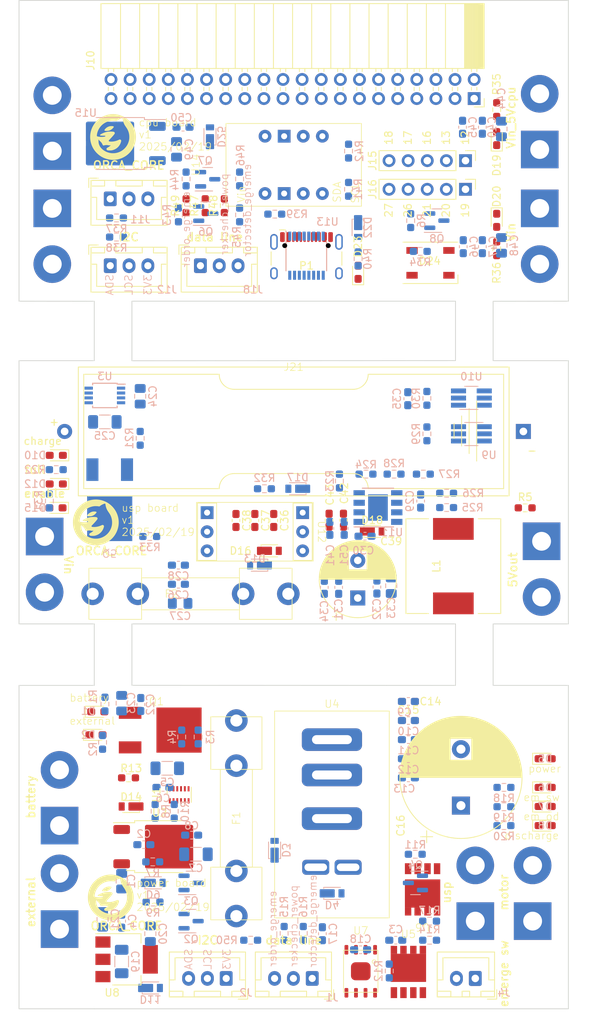
<source format=kicad_pcb>
(kicad_pcb (version 20221018) (generator pcbnew)
  (layers (0 "F.Cu" signal) (31 "B.Cu" signal) (34 "B.Paste" user) (35 "F.Paste" user) (36 "B.SilkS" user "B.Silkscreen") (37 "F.SilkS" user "F.Silkscreen") (38 "B.Mask" user) (39 "F.Mask" user) (44 "Edge.Cuts" user))
  (net 0 "")
  (net 1 "+6V_power")
  (net 2 "Net-(Q1-G)")
  (net 3 "Net-(D14-K)")
  (net 4 "batt+")
  (net 5 "Net-(Q5-G)")
  (net 6 "reg_up")
  (net 7 "Net-(D8-K)")
  (net 8 "Net-(U7-OUTA)")
  (net 9 "GND")
  (net 10 "Net-(D6-K)")
  (net 11 "Net-(U7-OUTB)")
  (net 12 "+5V_power")
  (net 13 "/power/emerge_order")
  (net 14 "/power/power_checker")
  (net 16 "/usp/Vin")
  (net 17 "Net-(U11-FB)")
  (net 18 "+3V3_cpu")
  (net 19 "SCL")
  (net 20 "+5V_cpu")
  (net 21 "Net-(D19-A)")
  (net 22 "/power/emerg_detector")
  (net 23 "+6V_cpu")
  (net 24 "Net-(D20-A)")
  (net 25 "/power/Vout_motor")
  (net 26 "Net-(D8-A)")
  (net 27 "Net-(D7-A)")
  (net 28 "Net-(D5-A)")
  (net 29 "Net-(Q4-D)")
  (net 30 "Net-(D4-A)")
  (net 31 "+VDD_power")
  (net 32 "Net-(D6-A)")
  (net 33 "Net-(D15-A)")
  (net 34 "Net-(U10-VDD)")
  (net 35 "Net-(U10-CS)")
  (net 36 "Net-(R26-Pad2)")
  (net 37 "Net-(R25-Pad1)")
  (net 38 "reg_down_out")
  (net 39 "Net-(R23-Pad2)")
  (net 40 "Net-(U11-RT{slash}CLK)")
  (net 41 "Net-(D10-A)")
  (net 42 "Net-(U3-ISET)")
  (net 43 "+3V3_power")
  (net 44 "VBUS_power")
  (net 45 "/power/SCL_3V3")
  (net 46 "SCL_5V")
  (net 47 "SDA_5V")
  (net 48 "/power/SDA_3V3")
  (net 49 "Net-(U1-IN+)")
  (net 50 "Net-(D2-A)")
  (net 51 "Net-(D1-A)")
  (net 52 "SDA")
  (net 53 "Net-(P1-CC)")
  (net 54 "Net-(D22-A)")
  (net 55 "Net-(D23-A)")
  (net 56 "TXD_3V3")
  (net 57 "RXD_3V3")
  (net 58 "TXD_5V")
  (net 59 "RXD_5V")
  (net 61 "Net-(D3-K)")
  (net 62 "Net-(U10-OD)")
  (net 63 "Net-(U10-OC)")
  (net 65 "batt-")
  (net 68 "+5V_cpu2servo")
  (net 69 "Net-(D12-K)")
  (net 70 "Net-(D10-K)")
  (net 74 "Net-(P1-D+)")
  (net 75 "Net-(P1-D-)")
  (net 81 "Net-(U11-BST)")
  (net 82 "reg_down")
  (net 83 "Net-(U11-SS)")
  (net 84 "Net-(U11-SW)")
  (net 86 "Net-(U1-REFCOMP)")
  (net 91 "reg_up_out")
  (net 94 "/cpu/GPIO17")
  (net 95 "/cpu/GPIO18")
  (net 96 "/cpu/GPIO27")
  (net 97 "/cpu/emerg_detector")
  (net 98 "/cpu/emerge_order")
  (net 99 "/cpu/power_checker")
  (net 109 "/cpu/GPIO12")
  (net 110 "/cpu/GPIO13")
  (net 111 "/cpu/GPIO19")
  (net 112 "/cpu/GPIO16")
  (net 113 "/cpu/GPIO26")
  (net 114 "/cpu/GPIO20")
  (net 115 "/cpu/GPIO21")
  (net 116 "+BATT_power")
  (net 117 "+VDD_usp")
  (net 118 "GND1")
  (net 119 "full_color_led_5V")
  (net 120 "full_color_led_3V3")
  (footprint "Diode:Diode_US2H" (layer "F.Cu") (at 126.635 101.485)
    (fp_text reference "D16" (at -3.83 0 unlocked) (layer "F.SilkS"))
    (fp_text value "CUHS20560")
    (pad "1" smd roundrect (at -0.65 0) (size 2 1.1) (layers "F.Cu" "F.Paste" "F.Mask") (roundrect_rratio 0.1) (net 38 "reg_down_out"))
    (pad "2" smd roundrect (at 1.25 0) (size 0.8 1.1) (layers "F.Cu" "F.Paste" "F.Mask") (roundrect_rratio 0.1) (net 91 "reg_up_out"))
  )
  (footprint "Capacitor_SMD:C_0603_1608Metric_Pad1.08x0.95mm_HandSolder" (layer "F.Cu") (at 145.11 121.51)
    (fp_text reference "C14" (at 2.9475 0 -360) (layer "F.SilkS"))
    (fp_text value "4.7u")
    (pad "1" smd roundrect (at -0.8625 0) (size 1.075 0.95) (layers "F.Cu" "F.Paste" "F.Mask") (net 25 "/power/Vout_motor"))
    (pad "2" smd roundrect (at 0.8625 0) (size 1.075 0.95) (layers "F.Cu" "F.Paste" "F.Mask") (net 9 "GND"))
  )
  (footprint "nisshinbo:TSOP8-M1" (layer "F.Cu") (at 138.78 157.39 180)
    (fp_text reference "U7" (at 0 5.4 unlocked) (layer "F.SilkS") (effects (font (thickness 0.1))))
    (fp_text value "NJW4860")
    (pad "1" smd roundrect (at -1.905 2.86 180) (size 0.5 1.27) (layers "F.Cu" "F.Paste" "F.Mask") (net 12 "+5V_power"))
    (pad "2" smd roundrect (at -0.635 2.86 180) (size 0.5 1.27) (layers "F.Cu" "F.Paste" "F.Mask") (net 8 "Net-(U7-OUTA)"))
    (pad "3" smd roundrect (at 0.635 2.86 180) (size 0.5 1.27) (layers "F.Cu" "F.Paste" "F.Mask") (net 11 "Net-(U7-OUTB)"))
    (pad "4" smd roundrect (at 1.905 2.86 180) (size 0.5 1.27) (layers "F.Cu" "F.Paste" "F.Mask") (net 9 "GND"))
    (pad "5" smd roundrect (at 1.905 -2.86 180) (size 0.5 1.27) (layers "F.Cu" "F.Paste" "F.Mask") (net 13 "/power/emerge_order"))
    (pad "6" smd roundrect (at 0.635 -2.86 180) (size 0.5 1.27) (layers "F.Cu" "F.Paste" "F.Mask") (net 14 "/power/power_checker"))
    (pad "7" smd roundrect (at -0.635 -2.86 180) (size 0.5 1.27) (layers "F.Cu" "F.Paste" "F.Mask") (net 9 "GND"))
    (pad "7" smd roundrect (at 0 0 180) (size 2.6 2.4) (layers "F.Cu" "F.Paste" "F.Mask") (net 9 "GND"))
    (pad "8" smd roundrect (at -1.905 -2.86 180) (size 0.5 1.27) (layers "F.Cu" "F.Paste" "F.Mask"))
  )
  (footprint "Logo:ORCA_logo" (layer "F.Cu") (at 106.045 46.4275)
    (fp_text reference "ORCA_CORE" (at 1.905 3.81) (layer "F.SilkS") (effects (font (size 1.1 1.1) (thickness 0.2))))
    (fp_text value "LOGO" hide)
  )
  (footprint "Inductor_SMD:L_12x12mm_H8mm_withmodel" (layer "F.Cu") (at 151.085 103.52 -90)
    (fp_text reference "L1" (at 0 2.245 90) (layer "F.SilkS"))
    (fp_text value "10u")
    (pad "1" smd rect (at -4.95 0 270) (size 2.9 5.4) (layers "F.Cu" "F.Paste" "F.Mask") (net 84 "Net-(U11-SW)"))
    (pad "2" smd rect (at 4.95 0 270) (size 2.9 5.4) (layers "F.Cu" "F.Paste" "F.Mask") (net 38 "reg_down_out"))
  )
  (footprint "Resistor_SMD:R_0603_1608Metric_Pad0.98x0.95mm_HandSolder" (layer "F.Cu") (at 156.845 42.82 -90)
    (fp_text reference "R35" (at -3.3775 0 90) (layer "F.SilkS"))
    (fp_text value "1k")
    (pad "1" smd roundrect (at -0.9125 0 270) (size 0.975 0.95) (layers "F.Cu" "F.Paste" "F.Mask") (net 20 "+5V_cpu"))
    (pad "2" smd roundrect (at 0.9125 0 270) (size 0.975 0.95) (layers "F.Cu" "F.Paste" "F.Mask") (net 21 "Net-(D19-A)"))
  )
  (footprint "LED_SMD:LED_WS2812B_PLCC4_5.0x5.0mm_P3.2mm" (layer "F.Cu") (at 148.045 63.1925)
    (fp_text reference "D24" (at -0.09 -0.255) (layer "F.SilkS"))
    (fp_text value "WS2812B")
    (pad "1" smd rect (at -2.45 -1.65) (size 1.5 0.9) (layers "F.Cu" "F.Paste" "F.Mask") (net 20 "+5V_cpu"))
    (pad "2" smd rect (at -2.45 1.65) (size 1.5 0.9) (layers "F.Cu" "F.Paste" "F.Mask"))
    (pad "3" smd rect (at 2.45 1.65) (size 1.5 0.9) (layers "F.Cu" "F.Paste" "F.Mask") (net 118 "GND1"))
    (pad "4" smd rect (at 2.45 -1.65) (size 1.5 0.9) (layers "F.Cu" "F.Paste" "F.Mask") (net 119 "full_color_led_5V"))
  )
  (footprint "cpu:raspberrypi_Zero_W_Vertical" (layer "F.Cu") (at 153.85 41.3475 -90)
    (fp_text reference "J10" (at -5.08 50.98 90) (layer "F.SilkS"))
    (fp_text value "Raspberry_Pi_2_3")
    (pad "1" thru_hole rect (at 0 0 270) (size 1.7 1.7) (drill 1) (layers "*.Cu" "*.Mask") (net 18 "+3V3_cpu"))
    (pad "2" thru_hole oval (at -2.54 0 270) (size 1.7 1.7) (drill 1) (layers "*.Cu" "*.Mask") (net 20 "+5V_cpu"))
    (pad "3" thru_hole oval (at 0 2.54 270) (size 1.7 1.7) (drill 1) (layers "*.Cu" "*.Mask") (net 52 "SDA"))
    (pad "4" thru_hole oval (at -2.54 2.54 270) (size 1.7 1.7) (drill 1) (layers "*.Cu" "*.Mask") (net 20 "+5V_cpu"))
    (pad "5" thru_hole oval (at 0 5.08 270) (size 1.7 1.7) (drill 1) (layers "*.Cu" "*.Mask") (net 19 "SCL"))
    (pad "6" thru_hole oval (at -2.54 5.08 270) (size 1.7 1.7) (drill 1) (layers "*.Cu" "*.Mask") (net 118 "GND1"))
    (pad "7" thru_hole oval (at 0 7.62 270) (size 1.7 1.7) (drill 1) (layers "*.Cu" "*.Mask"))
    (pad "8" thru_hole oval (at -2.54 7.62 270) (size 1.7 1.7) (drill 1) (layers "*.Cu" "*.Mask") (net 56 "TXD_3V3"))
    (pad "9" thru_hole oval (at 0 10.16 270) (size 1.7 1.7) (drill 1) (layers "*.Cu" "*.Mask") (net 118 "GND1"))
    (pad "10" thru_hole oval (at -2.54 10.16 270) (size 1.7 1.7) (drill 1) (layers "*.Cu" "*.Mask") (net 57 "RXD_3V3"))
    (pad "11" thru_hole oval (at 0 12.7 270) (size 1.7 1.7) (drill 1) (layers "*.Cu" "*.Mask") (net 94 "/cpu/GPIO17"))
    (pad "12" thru_hole oval (at -2.54 12.7 270) (size 1.7 1.7) (drill 1) (layers "*.Cu" "*.Mask") (net 95 "/cpu/GPIO18"))
    (pad "13" thru_hole oval (at 0 15.24 270) (size 1.7 1.7) (drill 1) (layers "*.Cu" "*.Mask") (net 96 "/cpu/GPIO27"))
    (pad "14" thru_hole oval (at -2.54 15.24 270) (size 1.7 1.7) (drill 1) (layers "*.Cu" "*.Mask") (net 118 "GND1"))
    (pad "15" thru_hole oval (at 0 17.78 270) (size 1.7 1.7) (drill 1) (layers "*.Cu" "*.Mask") (net 97 "/cpu/emerg_detector"))
    (pad "16" thru_hole oval (at -2.54 17.78 270) (size 1.7 1.7) (drill 1) (layers "*.Cu" "*.Mask") (net 98 "/cpu/emerge_order"))
    (pad "17" thru_hole oval (at 0 20.32 270) (size 1.7 1.7) (drill 1) (layers "*.Cu" "*.Mask") (net 18 "+3V3_cpu"))
    (pad "18" thru_hole oval (at -2.54 20.32 270) (size 1.7 1.7) (drill 1) (layers "*.Cu" "*.Mask") (net 99 "/cpu/power_checker"))
    (pad "19" thru_hole oval (at 0 22.86 270) (size 1.7 1.7) (drill 1) (layers "*.Cu" "*.Mask"))
    (pad "20" thru_hole oval (at -2.54 22.86 270) (size 1.7 1.7) (drill 1) (layers "*.Cu" "*.Mask") (net 118 "GND1"))
    (pad "21" thru_hole oval (at 0 25.4 270) (size 1.7 1.7) (drill 1) (layers "*.Cu" "*.Mask"))
    (pad "22" thru_hole oval (at -2.54 25.4 270) (size 1.7 1.7) (drill 1) (layers "*.Cu" "*.Mask") (net 120 "full_color_led_3V3"))
    (pad "23" thru_hole oval (at 0 27.94 270) (size 1.7 1.7) (drill 1) (layers "*.Cu" "*.Mask"))
    (pad "24" thru_hole oval (at -2.54 27.94 270) (size 1.7 1.7) (drill 1) (layers "*.Cu" "*.Mask"))
    (pad "25" thru_hole oval (at 0 30.48 270) (size 1.7 1.7) (drill 1) (layers "*.Cu" "*.Mask") (net 118 "GND1"))
    (pad "26" thru_hole oval (at -2.54 30.48 270) (size 1.7 1.7) (drill 1) (layers "*.Cu" "*.Mask"))
    (pad "27" thru_hole oval (at 0 33.02 270) (size 1.7 1.7) (drill 1) (layers "*.Cu" "*.Mask"))
    (pad "28" thru_hole oval (at -2.54 33.02 270) (size 1.7 1.7) (drill 1) (layers "*.Cu" "*.Mask"))
    (pad "29" thru_hole oval (at 0 35.56 270) (size 1.7 1.7) (drill 1) (layers "*.Cu" "*.Mask"))
    (pad "30" thru_hole oval (at -2.54 35.56 270) (size 1.7 1.7) (drill 1) (layers "*.Cu" "*.Mask") (net 118 "GND1"))
    (pad "31" thru_hole oval (at 0 38.1 270) (size 1.7 1.7) (drill 1) (layers "*.Cu" "*.Mask"))
    (pad "32" thru_hole oval (at -2.54 38.1 270) (size 1.7 1.7) (drill 1) (layers "*.Cu" "*.Mask") (net 109 "/cpu/GPIO12"))
    (pad "33" thru_hole oval (at 0 40.64 270) (size 1.7 1.7) (drill 1) (layers "*.Cu" "*.Mask") (net 110 "/cpu/GPIO13"))
    (pad "34" thru_hole oval (at -2.54 40.64 270) (size 1.7 1.7) (drill 1) (layers "*.Cu" "*.Mask") (net 118 "GND1"))
    (pad "35" thru_hole oval (at 0 43.18 270) (size 1.7 1.7) (drill 1) (layers "*.Cu" "*.Mask") (net 111 "/cpu/GPIO19"))
    (pad "36" thru_hole oval (at -2.54 43.18 270) (size 1.7 1.7) (drill 1) (layers "*.Cu" "*.Mask") (net 112 "/cpu/GPIO16"))
    (pad "37" thru_hole oval (at 0 45.72 270) (size 1.7 1.7) (drill 1) (layers "*.Cu" "*.Mask") (net 113 "/cpu/GPIO26"))
    (pad "38" thru_hole oval (at -2.54 45.72 270) (size 1.7 1.7) (drill 1) (layers "*.Cu" "*.Mask") (net 114 "/cpu/GPIO20"))
    (pad "39" thru_hole oval (at 0 48.26 270) (size 1.7 1.7) (drill 1) (layers "*.Cu" "*.Mask") (net 118 "GND1"))
    (pad "40" thru_hole oval (at -2.54 48.26 270) (size 1.7 1.7) (drill 1) (layers "*.Cu" "*.Mask") (net 115 "/cpu/GPIO21"))
  )
  (footprint "Converter_DCDC:TPS61230A" (layer "F.Cu") (at 124.71 98.945 -90)
    (fp_text reference "U12" (at 0 -8.89 -90 unlocked) (layer "F.SilkS") (effects (font (thickness 0.1))))
    (fp_text value "TPS61230A__board")
    (pad "0" thru_hole circle (at 0 -6.35) (size 1.7 1.7) (drill 0.8) (layers "*.Cu" "*.Mask"))
    (pad "1" thru_hole circle (at 2.54 6.35) (size 1.7 1.7) (drill 0.8) (layers "*.Cu" "*.Mask") (net 6 "reg_up"))
    (pad "2" thru_hole circle (at 0 6.35) (size 1.7 1.7) (drill 0.8) (layers "*.Cu" "*.Mask") (net 6 "reg_up"))
    (pad "3" thru_hole rect (at -2.54 -6.35) (size 1.7 1.7) (drill 0.8) (layers "*.Cu" "*.Mask") (net 9 "GND"))
    (pad "3" thru_hole rect (at -2.54 6.35) (size 1.7 1.7) (drill 0.8) (layers "*.Cu" "*.Mask") (net 9 "GND"))
    (pad "4" thru_hole circle (at 2.54 -6.35) (size 1.7 1.7) (drill 0.8) (layers "*.Cu" "*.Mask") (net 91 "reg_up_out"))
  )
  (footprint "Resistor_SMD:R_0603_1608Metric_Pad0.98x0.95mm_HandSolder" (layer "F.Cu") (at 160.6275 95.77)
    (fp_text reference "R5" (at 0 -1.43) (layer "F.SilkS"))
    (fp_text value "0")
    (pad "1" smd roundrect (at -0.9125 0) (size 0.975 0.95) (layers "F.Cu" "F.Paste" "F.Mask") (net 9 "GND"))
    (pad "2" smd roundrect (at 0.9125 0) (size 0.975 0.95) (layers "F.Cu" "F.Paste" "F.Mask") (net 118 "GND1"))
  )
  (footprint "Connector_PinHeader_2.54mm:PinHeader_1x05_P2.54mm_Vertical" (layer "F.Cu") (at 152.695 53.4125 -90)
    (fp_text reference "J16" (at 0 12.36 90) (layer "F.SilkS"))
    (fp_text value "Conn_01x05_Pin")
    (pad "1" thru_hole rect (at 0 0 270) (size 1.7 1.7) (drill 1) (layers "*.Cu" "*.Mask") (net 111 "/cpu/GPIO19"))
    (pad "2" thru_hole oval (at 0 2.54 270) (size 1.7 1.7) (drill 1) (layers "*.Cu" "*.Mask") (net 114 "/cpu/GPIO20"))
    (pad "3" thru_hole oval (at 0 5.08 270) (size 1.7 1.7) (drill 1) (layers "*.Cu" "*.Mask") (net 115 "/cpu/GPIO21"))
    (pad "4" thru_hole oval (at 0 7.62 270) (size 1.7 1.7) (drill 1) (layers "*.Cu" "*.Mask") (net 113 "/cpu/GPIO26"))
    (pad "5" thru_hole oval (at 0 10.16 270) (size 1.7 1.7) (drill 1) (layers "*.Cu" "*.Mask") (net 96 "/cpu/GPIO27"))
  )
  (footprint "Connector_USB:USB_C_Receptacle_HCTL_HC-TYPE-C-16P-01A_withmodel" (layer "F.Cu") (at 131.57 63.5075)
    (fp_text reference "P1" (at 0 0.065) (layer "F.SilkS"))
    (fp_text value "USB_C_Plug_USB2.0")
    (pad "" np_thru_hole circle (at -2.89 -2.605) (size 0.65 0.65) (drill 0.65) (layers "*.Mask"))
    (pad "" np_thru_hole circle (at 2.89 -2.605) (size 0.65 0.65) (drill 0.65) (layers "*.Mask"))
    (pad "A1" smd roundrect (at -3.2 -3.745) (size 0.6 1.3) (layers "F.Cu" "F.Paste" "F.Mask") (net 118 "GND1"))
    (pad "A4" smd roundrect (at -2.4 -3.745) (size 0.6 1.3) (layers "F.Cu" "F.Paste" "F.Mask") (net 54 "Net-(D22-A)"))
    (pad "A5" smd roundrect (at -1.25 -3.745) (size 0.3 1.3) (layers "F.Cu" "F.Paste" "F.Mask") (net 53 "Net-(P1-CC)"))
    (pad "A6" smd roundrect (at -0.25 -3.745) (size 0.3 1.3) (layers "F.Cu" "F.Paste" "F.Mask") (net 74 "Net-(P1-D+)"))
    (pad "A7" smd roundrect (at 0.25 -3.745) (size 0.3 1.3) (layers "F.Cu" "F.Paste" "F.Mask") (net 75 "Net-(P1-D-)"))
    (pad "A8" smd roundrect (at 1.25 -3.745) (size 0.3 1.3) (layers "F.Cu" "F.Paste" "F.Mask"))
    (pad "A9" smd roundrect (at 2.4 -3.745) (size 0.6 1.3) (layers "F.Cu" "F.Paste" "F.Mask") (net 54 "Net-(D22-A)"))
    (pad "A12" smd roundrect (at 3.2 -3.745) (size 0.6 1.3) (layers "F.Cu" "F.Paste" "F.Mask") (net 118 "GND1"))
    (pad "B1" smd roundrect (at 3.2 -3.745) (size 0.6 1.3) (layers "F.Cu" "F.Paste" "F.Mask") (net 118 "GND1"))
    (pad "B4" smd roundrect (at 2.4 -3.745) (size 0.6 1.3) (layers "F.Cu" "F.Paste" "F.Mask") (net 54 "Net-(D22-A)"))
    (pad "B5" smd roundrect (at 1.75 -3.745) (size 0.3 1.3) (layers "F.Cu" "F.Paste" "F.Mask"))
    (pad "B6" smd roundrect (at 0.75 -3.745) (size 0.3 1.3) (layers "F.Cu" "F.Paste" "F.Mask"))
    (pad "B7" smd roundrect (at -0.75 -3.745) (size 0.3 1.3) (layers "F.Cu" "F.Paste" "F.Mask"))
    (pad "B8" smd roundrect (at -1.75 -3.745) (size 0.3 1.3) (layers "F.Cu" "F.Paste" "F.Mask"))
    (pad "B9" smd roundrect (at -2.4 -3.745) (size 0.6 1.3) (layers "F.Cu" "F.Paste" "F.Mask") (net 54 "Net-(D22-A)"))
    (pad "B12" smd roundrect (at -3.2 -3.745) (size 0.6 1.3) (layers "F.Cu" "F.Paste" "F.Mask") (net 118 "GND1"))
    (pad "S1" thru_hole oval (at -4.32 -3.105) (size 1 2.1) (drill oval 0.6 1.7) (layers "*.Cu" "*.Mask") (net 118 "GND1"))
    (pad "S1" thru_hole oval (at -4.32 1.075) (size 1 1.6) (drill oval 0.6 1.2) (layers "*.Cu" "*.Mask") (net 118 "GND1"))
    (pad "S1" thru_hole oval (at 4.32 -3.105) (size 1 2.1) (drill oval 0.6 1.7) (layers "*.Cu" "*.Mask") (net 118 "GND1"))
    (pad "S1" thru_hole oval (at 4.32 1.075) (size 1 1.6) (drill oval 0.6 1.2) (layers "*.Cu" "*.Mask") (net 118 "GND1"))
  )
  (footprint "toshiba:2-7M1A" (layer "F.Cu") (at 111.63 125.32 -90)
    (fp_text reference "Q1" (at -3.81 0 unlocked) (layer "F.SilkS") (effects (font (thickness 0.1))))
    (fp_text value "TJ60S04M3L")
    (pad "1" smd rect (at -2.3 3.5 270) (size 1.6 3) (layers "F.Cu" "F.Paste" "F.Mask") (net 116 "+BATT_power"))
    (pad "2" smd rect (at 0 -3 270) (size 6 6) (layers "F.Cu" "F.Paste" "F.Mask") (net 2 "Net-(Q1-G)"))
    (pad "3" smd rect (at 2.3 3.5 270) (size 1.6 3) (layers "F.Cu" "F.Paste" "F.Mask") (net 3 "Net-(D14-K)"))
  )
  (footprint "MountingHole:MountingHole_3.2mm_M3" (layer "F.Cu") (at 162.37 80.2)
    (fp_text reference "H6" hide)
    (fp_text value "Hole_usp")
    (pad "" np_thru_hole circle (at 0 0) (size 3.2 3.2) (drill 3.2) (layers "*.Cu" "*.Mask"))
  )
  (footprint "Logo:ORCA_logo" (layer "F.Cu") (at 105.74 147.545)
    (fp_text reference "ORCA_CORE" (at 1.905 3.81) (layer "F.SilkS") (effects (font (size 1.1 1.1) (thickness 0.2))))
    (fp_text value "LOGO" hide)
  )
  (footprint "toshiba:2-5Q1S" (layer "F.Cu") (at 145.11 158.805)
    (fp_text reference "U5" (at 0 -6.35 unlocked) (layer "F.SilkS") (effects (font (thickness 0.1))))
    (fp_text value "TPH11006NL")
    (pad "1" smd rect (at -1.925 1.425) (size 0.85 1.45) (layers "F.Cu" "F.Paste" "F.Mask") (net 10 "Net-(D6-K)"))
    (pad "2" smd rect (at -0.655 1.425) (size 0.85 1.45) (layers "F.Cu" "F.Paste" "F.Mask") (net 10 "Net-(D6-K)"))
    (pad "3" smd rect (at 0.655 1.425) (size 0.85 1.45) (layers "F.Cu" "F.Paste" "F.Mask") (net 10 "Net-(D6-K)"))
    (pad "4" smd rect (at 1.925 1.425) (size 0.85 1.45) (layers "F.Cu" "F.Paste" "F.Mask") (net 11 "Net-(U7-OUTB)"))
    (pad "5" smd rect (at 0 -1.875) (size 4.7 3.75) (layers "F.Cu" "F.Paste" "F.Mask") (net 9 "GND"))
    (pad "5" smd rect (at 1.925 -4.275) (size 0.85 1.05) (layers "F.Cu" "F.Paste" "F.Mask") (net 9 "GND"))
    (pad "6" smd rect (at 0.655 -4.275) (size 0.85 1.05) (layers "F.Cu" "F.Paste" "F.Mask") (net 9 "GND"))
    (pad "7" smd rect (at -0.655 -4.275) (size 0.85 1.05) (layers "F.Cu" "F.Paste" "F.Mask") (net 9 "GND"))
    (pad "8" smd rect (at -1.925 -4.275) (size 0.85 1.05) (layers "F.Cu" "F.Paste" "F.Mask") (net 9 "GND"))
  )
  (footprint "Connector_JST:JST_XH_B3B-XH-A_1x03_P2.50mm_Vertical" (layer "F.Cu") (at 120.9 158.34 180)
    (fp_text reference "J2" (at -2.62 -1.905) (layer "B.SilkS") (effects (justify mirror)))
    (fp_text value "I2C_power")
    (pad "1" thru_hole roundrect (at 0 0 180) (size 1.7 1.95) (drill 0.95) (layers "*.Cu" "*.Mask") (roundrect_rratio 0.147059) (net 44 "VBUS_power"))
    (pad "2" thru_hole oval (at 2.5 0 180) (size 1.7 1.95) (drill 0.95) (layers "*.Cu" "*.Mask") (net 45 "/power/SCL_3V3"))
    (pad "3" thru_hole oval (at 5 0 180) (size 1.7 1.95) (drill 0.95) (layers "*.Cu" "*.Mask") (net 48 "/power/SDA_3V3"))
  )
  (footprint "Battery:BatteryHolder_1xAA_code" (layer "F.Cu") (at 101.97 85.61)
    (fp_text reference "J21" (at 27.9 -8.565 unlocked) (layer "F.SilkS") (effects (font (thickness 0.1))))
    (fp_text value "Conn_01x02")
    (fp_text user "+" (at -3.93 -1.27) (layer "F.SilkS"))
    (fp_text user "-" (at 59.57 2.54) (layer "F.SilkS"))
    (pad "" np_thru_hole circle (at 27.9 0) (size 3.2 3.2) (drill 3.2) (layers "F&B.Cu" "*.Mask" "F.Paste") (clearance 1.4))
    (pad "1" thru_hole rect (at 58.42 0 180) (size 2 2) (drill 1.02) (layers "*.Cu" "*.Mask") (net 65 "batt-"))
    (pad "2" thru_hole circle (at -2.54 0 180) (size 2 2) (drill 1.02) (layers "*.Cu" "*.Mask") (net 4 "batt+"))
  )
  (footprint "Resistor_SMD:R_0603_1608Metric_Pad0.98x0.95mm_HandSolder" (layer "F.Cu") (at 120.65 55.595 90)
    (fp_text reference "R48" (at 0 -1.43 90) (layer "F.SilkS"))
    (fp_text value "2.2k")
    (pad "1" smd roundrect (at -0.9125 0 90) (size 0.975 0.95) (layers "F.Cu" "F.Paste" "F.Mask") (net 98 "/cpu/emerge_order"))
    (pad "2" smd roundrect (at 0.9125 0 90) (size 0.975 0.95) (layers "F.Cu" "F.Paste" "F.Mask") (net 118 "GND1"))
  )
  (footprint "Conn:power_pad" (layer "F.Cu") (at 162.81 104.025 -90)
    (fp_text reference "J9" hide)
    (fp_text value "+5Vout_cpu")
    (pad "1" thru_hole rect (at -3.81 0 270) (size 5 5) (drill 2.5) (layers "*.Cu" "*.Mask") (net 118 "GND1"))
    (pad "2" thru_hole circle (at 3.6 0 270) (size 5 5) (drill 2.5) (layers "*.Cu" "*.Mask") (net 38 "reg_down_out"))
  )
  (footprint "LED_SMD:LED_0603_1608Metric_Pad1.05x0.95mm_HandSolder" (layer "F.Cu") (at 156.845 46.6675 90)
    (fp_text reference "D19" (at -3.57 0 90) (layer "F.SilkS"))
    (fp_text value "LED_cpu")
    (pad "1" smd roundrect (at -0.875 0 90) (size 1.05 0.95) (layers "F.Cu" "F.Paste" "F.Mask") (net 118 "GND1"))
    (pad "2" smd roundrect (at 0.875 0 90) (size 1.05 0.95) (layers "F.Cu" "F.Paste" "F.Mask") (net 21 "Net-(D19-A)"))
  )
  (footprint "LED_SMD:LED_0603_1608Metric_Pad1.05x0.95mm_HandSolder" (layer "F.Cu") (at 163.285 138.02)
    (fp_text reference "D8" (at 0 0) (layer "B.SilkS") (effects (justify mirror)))
    (fp_text value "LED_discharge")
    (pad "1" smd roundrect (at -0.875 0) (size 1.05 0.95) (layers "F.Cu" "F.Paste" "F.Mask") (net 7 "Net-(D8-K)"))
    (pad "2" smd roundrect (at 0.875 0) (size 1.05 0.95) (layers "F.Cu" "F.Paste" "F.Mask") (net 26 "Net-(D8-A)"))
  )
  (footprint "Connector_JST:JST_XH_B3B-XH-A_1x03_P2.50mm_Vertical" (layer "F.Cu") (at 117.475 63.5725)
    (fp_text reference "J18" (at 6.985 3.175) (layer "B.SilkS") (effects (justify mirror)))
    (fp_text value "data_line_power")
    (pad "1" thru_hole roundrect (at 0 0) (size 1.7 1.95) (drill 0.95) (layers "*.Cu" "*.Mask") (roundrect_rratio 0.147059) (net 97 "/cpu/emerg_detector"))
    (pad "2" thru_hole oval (at 2.5 0) (size 1.7 1.95) (drill 0.95) (layers "*.Cu" "*.Mask") (net 99 "/cpu/power_checker"))
    (pad "3" thru_hole oval (at 5 0) (size 1.7 1.95) (drill 0.95) (layers "*.Cu" "*.Mask") (net 98 "/cpu/emerge_order"))
  )
  (footprint "Connector_JST:JST_XH_B3B-XH-A_1x03_P2.50mm_Vertical" (layer "F.Cu") (at 105.49 63.5725)
    (fp_text reference "J12" (at 7.54 3.175) (layer "B.SilkS") (effects (justify mirror)))
    (fp_text value "I2C")
    (pad "1" thru_hole roundrect (at 0 0) (size 1.7 1.95) (drill 0.95) (layers "*.Cu" "*.Mask") (roundrect_rratio 0.147059) (net 18 "+3V3_cpu"))
    (pad "2" thru_hole oval (at 2.5 0) (size 1.7 1.95) (drill 0.95) (layers "*.Cu" "*.Mask") (net 19 "SCL"))
    (pad "3" thru_hole oval (at 5 0) (size 1.7 1.95) (drill 0.95) (layers "*.Cu" "*.Mask") (net 52 "SDA"))
  )
  (footprint "Package_TO_SOT_SMD:SOT-223-3_TabPin2" (layer "F.Cu") (at 107.67 155.8)
    (fp_text reference "U8" (at -1.93 4.445) (layer "F.SilkS"))
    (fp_text value "AZ1117-3.3")
    (pad "1" smd rect (at -3.15 -2.3) (size 2 1.5) (layers "F.Cu" "F.Paste" "F.Mask") (net 9 "GND"))
    (pad "2" smd rect (at -3.15 0) (size 2 1.5) (layers "F.Cu" "F.Paste" "F.Mask") (net 43 "+3V3_power"))
    (pad "2" smd rect (at 3.15 0) (size 2 3.8) (layers "F.Cu" "F.Paste" "F.Mask") (net 43 "+3V3_power"))
    (pad "3" smd rect (at -3.15 2.3) (size 2 1.5) (layers "F.Cu" "F.Paste" "F.Mask") (net 12 "+5V_power"))
  )
  (footprint "Resistor_SMD:R_0603_1608Metric_Pad0.98x0.95mm_HandSolder" (layer "F.Cu") (at 107.9225 131.67 180)
    (fp_text reference "R13" (at -0.3575 1.27) (layer "F.SilkS"))
    (fp_text value "4.7k")
    (pad "1" smd roundrect (at -0.9125 0 180) (size 0.975 0.95) (layers "F.Cu" "F.Paste" "F.Mask") (net 2 "Net-(Q1-G)"))
    (pad "2" smd roundrect (at 0.9125 0 180) (size 0.975 0.95) (layers "F.Cu" "F.Paste" "F.Mask") (net 31 "+VDD_power"))
  )
  (footprint "Package_TO_SOT_SMD:TO-252-2" (layer "F.Cu") (at 112.05 140.815)
    (fp_text reference "U2" (at 0 -4.5) (layer "F.SilkS"))
    (fp_text value "NJM78055DL1")
    (pad "1" smd roundrect (at -5.04 -2.28) (size 2.2 1.2) (layers "F.Cu" "F.Paste" "F.Mask") (roundrect_rratio 0.208333) (net 9 "GND"))
    (pad "2" smd roundrect (at -0.415 -1.525) (size 3.05 2.75) (layers "F.Cu" "F.Paste") (roundrect_rratio 0.090909) (net 12 "+5V_power"))
    (pad "2" smd roundrect (at -0.415 1.525) (size 3.05 2.75) (layers "F.Cu" "F.Paste") (roundrect_rratio 0.090909) (net 12 "+5V_power"))
    (pad "2" smd roundrect (at 1.26 0) (size 6.4 5.8) (layers "F.Cu" "F.Mask") (roundrect_rratio 0.043103) (net 12 "+5V_power"))
    (pad "2" smd roundrect (at 2.935 -1.525) (size 3.05 2.75) (layers "F.Cu" "F.Paste") (roundrect_rratio 0.090909) (net 12 "+5V_power"))
    (pad "2" smd roundrect (at 2.935 1.525) (size 3.05 2.75) (layers "F.Cu" "F.Paste") (roundrect_rratio 0.090909) (net 12 "+5V_power"))
    (pad "3" smd roundrect (at -5.04 2.28) (size 2.2 1.2) (layers "F.Cu" "F.Paste" "F.Mask") (roundrect_rratio 0.208333) (net 1 "+6V_power"))
  )
  (footprint "Capacitor_SMD:C_0603_1608Metric_Pad1.08x0.95mm_HandSolder" (layer "F.Cu") (at 134.575 97.4075 90)
    (fp_text reference "C43" (at 3.4025 0.1 90) (layer "F.SilkS"))
    (fp_text value "4.7u")
    (pad "1" smd roundrect (at -0.8625 0 90) (size 1.075 0.95) (layers "F.Cu" "F.Paste" "F.Mask") (net 9 "GND"))
    (pad "2" smd roundrect (at 0.8625 0 90) (size 1.075 0.95) (layers "F.Cu" "F.Paste" "F.Mask") (net 82 "reg_down"))
  )
  (footprint "MountingHole:MountingHole_3.2mm_M3" (layer "F.Cu") (at 97.37 32.2925)
    (fp_text reference "H9" hide)
    (fp_text value "Hole_cpu")
    (pad "" np_thru_hole circle (at 0 0) (size 3.2 3.2) (drill 3.2) (layers "*.Cu" "*.Mask"))
  )
  (footprint "Capacitor_SMD:C_0603_1608Metric_Pad1.08x0.95mm_HandSolder" (layer "F.Cu") (at 122.2 97.4475 -90)
    (fp_text reference "C38" (at 0 -1.43 90) (layer "F.SilkS"))
    (fp_text value "4.7u")
    (pad "1" smd roundrect (at -0.8625 0 270) (size 1.075 0.95) (layers "F.Cu" "F.Paste" "F.Mask") (net 9 "GND"))
    (pad "2" smd roundrect (at 0.8625 0 270) (size 1.075 0.95) (layers "F.Cu" "F.Paste" "F.Mask") (net 6 "reg_up"))
  )
  (footprint "LED_SMD:LED_0603_1608Metric_Pad1.05x0.95mm_HandSolder" (layer "F.Cu") (at 138.43 64.4475 90)
    (fp_text reference "D23" (at 3.415 0 90) (layer "F.SilkS"))
    (fp_text value "LED_usb")
    (pad "1" smd roundrect (at -0.875 0 90) (size 1.05 0.95) (layers "F.Cu" "F.Paste" "F.Mask") (net 118 "GND1"))
    (pad "2" smd roundrect (at 0.875 0 90) (size 1.05 0.95) (layers "F.Cu" "F.Paste" "F.Mask") (net 55 "Net-(D23-A)"))
  )
  (footprint "Diode:Diode_US2H" (layer "F.Cu") (at 108.26 135.48 180)
    (fp_text reference "D14" (at -0.02 1.27 unlocked) (layer "F.SilkS"))
    (fp_text value "CUHS20560")
    (pad "1" smd roundrect (at -0.65 0 180) (size 2 1.1) (layers "F.Cu" "F.Paste" "F.Mask") (roundrect_rratio 0.1) (net 3 "Net-(D14-K)"))
    (pad "2" smd roundrect (at 1.25 0 180) (size 0.8 1.1) (layers "F.Cu" "F.Paste" "F.Mask") (roundrect_rratio 0.1) (net 31 "+VDD_power"))
  )
  (footprint "LED_SMD:LED_0603_1608Metric_Pad1.05x0.95mm_HandSolder" (layer "F.Cu") (at 98.28 95.77 180)
    (fp_text reference "D15" (at 2.78 0) (layer "B.SilkS") (effects (justify mirror)))
    (fp_text value "LED_batt_enabled")
    (pad "1" smd roundrect (at -0.875 0 180) (size 1.05 0.95) (layers "F.Cu" "F.Paste" "F.Mask") (net 9 "GND"))
    (pad "2" smd roundrect (at 0.875 0 180) (size 1.05 0.95) (layers "F.Cu" "F.Paste" "F.Mask") (net 33 "Net-(D15-A)"))
  )
  (footprint "Conn:power_pad" (layer "F.Cu") (at 98.755 147.97 90)
    (fp_text reference "J6" hide)
    (fp_text value "Vin_ex")
    (pad "1" thru_hole rect (at -3.81 0 90) (size 5 5) (drill 2.5) (layers "*.Cu" "*.Mask") (net 9 "GND"))
    (pad "2" thru_hole circle (at 3.6 0 90) (size 5 5) (drill 2.5) (layers "*.Cu" "*.Mask") (net 31 "+VDD_power"))
  )
  (footprint "Capacitor_THT:CP_Radial_D16.0mm_P7.50mm" (layer "F.Cu") (at 152.095 135.36 90)
    (fp_text reference "C16" (at -2.66 -8.01 90) (layer "F.SilkS"))
    (fp_text value "4700u")
    (pad "1" thru_hole rect (at 0 0 90) (size 2.4 2.4) (drill 1.2) (layers "*.Cu" "*.Mask") (net 25 "/power/Vout_motor"))
    (pad "2" thru_hole circle (at 7.5 0 90) (size 2.4 2.4) (drill 1.2) (layers "*.Cu" "*.Mask") (net 9 "GND"))
  )
  (footprint "MountingHole:MountingHole_3.2mm_M3" (layer "F.Cu") (at 97.37 158.38)
    (fp_text reference "H2" hide)
    (fp_text value "Hole_power")
    (pad "" np_thru_hole circle (at 0 0) (size 3.2 3.2) (drill 3.2) (layers "*.Cu" "*.Mask"))
  )
  (footprint "LED_SMD:LED_0603_1608Metric_Pad1.05x0.95mm_HandSolder" (layer "F.Cu") (at 156.845 57.5375 -90)
    (fp_text reference "D20" (at -3.175 0 90) (layer "F.SilkS"))
    (fp_text value "LED_motor")
    (pad "1" smd roundrect (at -0.875 0 270) (size 1.05 0.95) (layers "F.Cu" "F.Paste" "F.Mask") (net 9 "GND"))
    (pad "2" smd roundrect (at 0.875 0 270) (size 1.05 0.95) (layers "F.Cu" "F.Paste" "F.Mask") (net 24 "Net-(D20-A)"))
  )
  (footprint "LED_SMD:LED_0603_1608Metric_Pad1.05x0.95mm_HandSolder" (layer "F.Cu") (at 163.285 129.13)
    (fp_text reference "D5" (at 0 0) (layer "B.SilkS") (effects (justify mirror)))
    (fp_text value "LED_power")
    (pad "1" smd roundrect (at -0.875 0) (size 1.05 0.95) (layers "F.Cu" "F.Paste" "F.Mask") (net 9 "GND"))
    (pad "2" smd roundrect (at 0.875 0) (size 1.05 0.95) (layers "F.Cu" "F.Paste" "F.Mask") (net 28 "Net-(D5-A)"))
  )
  (footprint "Conn:power_pad" (layer "F.Cu") (at 98.755 134.21 90)
    (fp_text reference "J5" hide)
    (fp_text value "Vin_batt")
    (pad "1" thru_hole rect (at -3.81 0 90) (size 5 5) (drill 2.5) (layers "*.Cu" "*.Mask") (net 9 "GND"))
    (pad "2" thru_hole circle (at 3.6 0 90) (size 5 5) (drill 2.5) (layers "*.Cu" "*.Mask") (net 116 "+BATT_power"))
  )
  (footprint "Resistor_SMD:R_0603_1608Metric_Pad0.98x0.95mm_HandSolder" (layer "F.Cu") (at 156.845 61.31 90)
    (fp_text reference "R36" (at -3.2125 0 90) (layer "F.SilkS"))
    (fp_text value "1k")
    (pad "1" smd roundrect (at -0.9125 0 90) (size 0.975 0.95) (layers "F.Cu" "F.Paste" "F.Mask") (net 23 "+6V_cpu"))
    (pad "2" smd roundrect (at 0.9125 0 90) (size 0.975 0.95) (layers "F.Cu" "F.Paste" "F.Mask") (net 24 "Net-(D20-A)"))
  )
  (footprint "fuse:fuse" (layer "F.Cu") (at 122.25 137.05 90)
    (fp_text reference "F1" (at 0 0 90 unlocked) (layer "F.SilkS") (effects (font (thickness 0.1))))
    (fp_text value "Fuse")
    (pad "1" thru_hole circle (at 7 0 90) (size 3 3) (drill 1.6) (layers "*.Cu" "*.Mask") (net 3 "Net-(D14-K)"))
    (pad "1" thru_hole circle (at 13 0 90) (size 3 3) (drill 1.6) (layers "*.Cu" "*.Mask") (net 3 "Net-(D14-K)"))
    (pad "2" thru_hole circle (at -13 0 90) (size 3 3) (drill 1.6) (layers "*.Cu" "*.Mask") (net 1 "+6V_power"))
    (pad "2" thru_hole circle (at -7 0 90) (size 3 3) (drill 1.6) (layers "*.Cu" "*.Mask") (net 1 "+6V_power"))
  )
  (footprint "Connector_JST:JST_XH_B2B-XH-A_1x02_P2.50mm_Vertical" (layer "F.Cu") (at 154 158.34 180)
    (fp_text reference "J4" (at -3.81 -1.905 -360) (layer "B.SilkS") (effects (justify mirror)))
    (fp_text value "emergence")
    (pad "1" thru_hole roundrect (at 0 0 180) (size 1.7 2) (drill 1) (layers "*.Cu" "*.Mask") (roundrect_rratio 0.147059) (net 10 "Net-(D6-K)"))
    (pad "2" thru_hole oval (at 2.5 0 180) (size 1.7 2) (drill 1) (layers "*.Cu" "*.Mask") (net 30 "Net-(D4-A)"))
  )
  (footprint "Capacitor_SMD:C_0603_1608Metric_Pad1.08x0.95mm_HandSolder" (layer "F.Cu") (at 124.71 97.4475 -90)
    (fp_text reference "C37" (at 0 -1.43 90) (layer "F.SilkS"))
    (fp_text value "4.7u")
    (pad "1" smd roundrect (at -0.8625 0 270) (size 1.075 0.95) (layers "F.Cu" "F.Paste" "F.Mask") (net 9 "GND"))
    (pad "2" smd roundrect (at 0.8625 0 270) (size 1.075 0.95) (layers "F.Cu" "F.Paste" "F.Mask") (net 6 "reg_up"))
  )
  (footprint "LED_SMD:LED_0603_1608Metric_Pad1.05x0.95mm_HandSolder" (layer "F.Cu") (at 163.285 132.94)
    (fp_text reference "D6" (at 0 0) (layer "B.SilkS") (effects (justify mirror)))
    (fp_text value "LED_emerge_switch")
    (pad "1" smd roundrect (at -0.875 0) (size 1.05 0.95) (layers "F.Cu" "F.Paste" "F.Mask") (net 10 "Net-(D6-K)"))
    (pad "2" smd roundrect (at 0.875 0) (size 1.05 0.95) (layers "F.Cu" "F.Paste" "F.Mask") (net 32 "Net-(D6-A)"))
  )
  (footprint "Conn:power_pad" (layer "F.Cu") (at 161.62 146.91 90)
    (fp_text reference "J3" hide)
    (fp_text value "Vout_motor")
    (pad "1" thru_hole rect (at -3.81 0 90) (size 5 5) (drill 2.5) (layers "*.Cu" "*.Mask") (net 9 "GND"))
    (pad "2" thru_hole circle (at 3.6 0 90) (size 5 5) (drill 2.5) (layers "*.Cu" "*.Mask") (net 25 "/power/Vout_motor"))
  )
  (footprint "Resistor_SMD:R_0603_1608Metric_Pad0.98x0.95mm_HandSolder" (layer "F.Cu") (at 118.11 55.595 90)
    (fp_text reference "R47" (at 0 -1.43 90) (layer "F.SilkS"))
    (fp_text value "2.2k")
    (pad "1" smd roundrect (at -0.9125 0 90) (size 0.975 0.95) (layers "F.Cu" "F.Paste" "F.Mask") (net 99 "/cpu/power_checker"))
    (pad "2" smd roundrect (at 0.9125 0 90) (size 0.975 0.95) (layers "F.Cu" "F.Paste" "F.Mask") (net 118 "GND1"))
  )
  (footprint "LED_SMD:LED_0603_1608Metric_Pad1.05x0.95mm_HandSolder" (layer "F.Cu") (at 163.285 135.48)
    (fp_text reference "D7" (at 0 0) (layer "B.SilkS") (effects (justify mirror)))
    (fp_text value "LED_emerge_order")
    (pad "1" smd roundrect (at -0.875 0) (size 1.05 0.95) (layers "F.Cu" "F.Paste" "F.Mask") (net 9 "GND"))
    (pad "2" smd roundrect (at 0.875 0) (size 1.05 0.95) (layers "F.Cu" "F.Paste" "F.Mask") (net 27 "Net-(D7-A)"))
  )
  (footprint "Relay_THT:RH1-U" (layer "F.Cu") (at 134.95 137.09)
    (fp_text reference "U4" (at 0 -15.24 unlocked) (layer "F.SilkS") (effects (font (thickness 0.1))))
    (fp_text value "RH1B-UDC6V")
    (pad "1" thru_hole roundrect (at 0 -10.5) (size 8 3) (drill oval 5.3 1.2) (layers "*.Cu" "*.Mask"))
    (pad "5" thru_hole roundrect (at 0 -5.8) (size 8 3) (drill oval 5.3 1.2) (layers "*.Cu" "*.Mask") (net 25 "/power/Vout_motor"))
    (pad "9" thru_hole roundrect (at 0 0) (size 8 3) (drill oval 5.3 1.2) (layers "*.Cu" "*.Mask") (net 1 "+6V_power"))
    (pad "13" thru_hole roundrect (at 2.15 6.47) (size 3.6 2) (drill oval 3 1) (layers "*.Cu" "*.Mask") (net 30 "Net-(D4-A)"))
    (pad "14" thru_hole roundrect (at -2.15 6.47) (size 3.6 2) (drill oval 3 1) (layers "*.Cu" "*.Mask") (net 61 "Net-(D3-K)"))
  )
  (footprint "Logo:ORCA_logo" (layer "F.Cu") (at 103.755 97.675)
    (fp_text reference "ORCA_CORE" (at 1.905 3.81) (layer "F.SilkS") (effects (font (size 1.1 1.1) (thickness 0.2))))
    (fp_text value "LOGO" hide)
  )
  (footprint "Conn:power_pad" (layer "F.Cu") (at 97.79 59.7625 -90)
    (fp_text reference "J13" hide)
    (fp_text value "6Vout")
    (pad "1" thru_hole rect (at -3.81 0 270) (size 5 5) (drill 2.5) (layers "*.Cu" "*.Mask") (net 9 "GND"))
    (pad "2" thru_hole circle (at 3.6 0 270) (size 5 5) (drill 2.5) (layers "*.Cu" "*.Mask") (net 23 "+6V_cpu"))
  )
  (footprint "IMU:BNO055" (layer "F.Cu") (at 129.87 50.165 90)
    (fp_text reference "U14" (at 0 -13 90 unlocked) (layer "F.SilkS") (effects (font (thickness 0.1))))
    (fp_text value "BNO055")
    (fp_text user "Vin" (at -5.08 -6.35 90 unlocked) (layer "F.SilkS") (effects (font (thickness 0.1)) (justify left bottom)))
    (fp_text user "SDA" (at -5.08 6.35 90 unlocked) (layer "F.SilkS") (effects (font (thickness 0.1)) (justify left bottom)))
    (fp_text user "SCL" (at -5.18 8.75 90 unlocked) (layer "F.SilkS") (effects (font (thickness 0.1)) (justify left bottom)))
    (pad "1" thru_hole circle (at -3.81 -3.81) (size 1.7 1.7) (drill 0.8) (layers "*.Cu" "*.Mask") (net 18 "+3V3_cpu"))
    (pad "2" thru_hole rect (at -3.81 -1.27) (size 1.7 1.7) (drill 0.8) (layers "*.Cu" "*.Mask") (net 118 "GND1"))
    (pad "3" thru_hole circle (at -3.81 1.27) (size 1.7 1.7) (drill 0.8) (layers "*.Cu" "*.Mask") (net 52 "SDA"))
    (pad "4" thru_hole circle (at -3.81 3.81) (size 1.7 1.7) (drill 0.8) (layers "*.Cu" "*.Mask") (net 19 "SCL"))
    (pad "5" thru_hole circle (at 3.81 3.81 180) (size 1.7 1.7) (drill 0.8) (layers "*.Cu" "*.Mask"))
    (pad "6" thru_hole circle (at 3.81 1.27 180) (size 1.7 1.7) (drill 0.8) (layers "*.Cu" "*.Mask"))
    (pad "7" thru_hole rect (at 3.81 -1.27 180) (size 1.7 1.7) (drill 0.8) (layers "*.Cu" "*.Mask") (net 118 "GND1"))
    (pad "8" thru_hole circle (at 3.81 -3.81 180) (size 1.7 1.7) (drill 0.8) (layers "*.Cu" "*.Mask"))
  )
  (footprint "MountingHole:MountingHole_3.2mm_M3" (layer "F.Cu") (at 162.37 123.38)
    (fp_text reference "H3" hide)
    (fp_text value "Hole_power")
    (pad "" np_thru_hole circle (at 0 0) (size 3.2 3.2) (drill 3.2) (layers "*.Cu" "*.Mask"))
  )
  (footprint "Capacitor_SMD:C_0603_1608Metric_Pad1.08x0.95mm_HandSolder" (layer "F.Cu") (at 136.48 97.4075 90)
    (fp_text reference "C42" (at 3.5825 0.1 90) (layer "F.SilkS"))
    (fp_text value "4.7u")
    (pad "1" smd roundrect (at -0.8625 0 90) (size 1.075 0.95) (layers "F.Cu" "F.Paste" "F.Mask") (net 9 "GND"))
    (pad "2" smd roundrect (at 0.8625 0 90) (size 1.075 0.95) (layers "F.Cu" "F.Paste" "F.Mask") (net 82 "reg_down"))
  )
  (footprint "Capacitor_SMD:C_0603_1608Metric_Pad1.08x0.95mm_HandSolder" (layer "F.Cu") (at 145.11 124.05)
    (fp_text reference "C15" (at 0 -1.43) (layer "F.SilkS"))
    (fp_text value "4.7u")
    (pad "1" smd roundrect (at -0.8625 0) (size 1.075 0.95) (layers "F.Cu" "F.Paste" "F.Mask") (net 25 "/power/Vout_motor"))
    (pad "2" smd roundrect (at 0.8625 0) (size 1.075 0.95) (layers "F.Cu" "F.Paste" "F.Mask") (net 9 "GND"))
  )
  (footprint "Conn:power_pad" (layer "F.Cu") (at 162.56 59.7625 -90)
    (fp_text reference "J17" hide)
    (fp_text value "Vin_motor")
    (pad "1" thru_hole rect (at -3.81 0 270) (size 5 5) (drill 2.5) (layers "*.Cu" "*.Mask") (net 9 "GND"))
    (pad "2" thru_hole circle (at 3.6 0 270) (size 5 5) (drill 2.5) (layers "*.Cu" "*.Mask") (net 23 "+6V_cpu"))
  )
  (footprint "Conn:power_pad" (layer "F.Cu") (at 162.56 44.3125 90)
    (fp_text reference "J19" hide)
    (fp_text value "+5Vin_cpu")
    (pad "1" thru_hole rect (at -3.81 0 90) (size 5 5) (drill 2.5) (layers "*.Cu" "*.Mask") (net 118 "GND1"))
    (pad "2" thru_hole circle (at 3.6 0 90) (size 5 5) (drill 2.5) (layers "*.Cu" "*.Mask") (net 20 "+5V_cpu"))
  )
  (footprint "LED_SMD:LED_0603_1608Metric_Pad1.05x0.95mm_HandSolder" (layer "F.Cu") (at 98.32 88.785 180)
    (fp_text reference "D10" (at 2.82 0 180) (layer "B.SilkS") (effects (justify mirror)))
    (fp_text value "LED_charge")
    (pad "1" smd roundrect (at -0.875 0 180) (size 1.05 0.95) (layers "F.Cu" "F.Paste" "F.Mask") (net 70 "Net-(D10-K)"))
    (pad "2" smd roundrect (at 0.875 0 180) (size 1.05 0.95) (layers "F.Cu" "F.Paste" "F.Mask") (net 41 "Net-(D10-A)"))
  )
  (footprint "Conn:power_pad" (layer "F.Cu") (at 96.77 103.39 -90)
    (fp_text reference "J8" hide)
    (fp_text value "Vin_power2usp")
    (pad "1" thru_hole rect (at -3.81 0 270) (size 5 5) (drill 2.5) (layers "*.Cu" "*.Mask") (net 9 "GND"))
    (pad "2" thru_hole circle (at 3.6 0 270) (size 5 5) (drill 2.5) (layers "*.Cu" "*.Mask") (net 16 "/usp/Vin"))
  )
  (footprint "MountingHole:MountingHole_3.2mm_M3" (layer "F.Cu") (at 162.37 158.38)
    (fp_text reference "H4" hide)
    (fp_text value "Hole_power")
    (pad "" np_thru_hole circle (at 0 0) (size 3.2 3.2) (drill 3.2) (layers "*.Cu" "*.Mask"))
  )
  (footprint "MountingHole:MountingHole_3.2mm_M3" (layer "F.Cu") (at 97.37 80.2)
    (fp_text reference "H5" hide)
    (fp_text value "Hole_usp")
    (pad "" np_thru_hole circle (at 0 0) (size 3.2 3.2) (drill 3.2) (layers "*.Cu" "*.Mask"))
  )
  (footprint "Connector_JST:JST_XH_B3B-XH-A_1x03_P2.50mm_Vertical" (layer "F.Cu") (at 132.33 158.34 180)
    (fp_text reference "J1" (at -2.62 -2.54) (layer "B.SilkS") (effects (justify mirror)))
    (fp_text value "data_line_power")
    (pad "1" thru_hole roundrect (at 0 0 180) (size 1.7 1.95) (drill 0.95) (layers "*.Cu" "*.Mask") (roundrect_rratio 0.147059) (net 22 "/power/emerg_detector"))
    (pad "2" thru_hole oval (at 2.5 0 180) (size 1.7 1.95) (drill 0.95) (layers "*.Cu" "*.Mask") (net 14 "/power/power_checker"))
    (pad "3" thru_hole oval (at 5 0 180) (size 1.7 1.95) (drill 0.95) (layers "*.Cu" "*.Mask") (net 13 "/power/emerge_order"))
  )
  (footprint "Package_DFN_QFN:TDFN-12_2x3mm_P0.5mm" (layer "F.Cu") (at 114.65 133.925 90)
    (fp_text reference "U1" (at 0 -3 90) (layer "F.SilkS"))
    (fp_text value "LTC2301IMS")
    (pad "1" smd rect (at -0.8 -1.25 90) (size 0.7 0.25) (layers "F.Cu" "F.Paste" "F.Mask") (net 9 "GND"))
    (pad "2" smd rect (at -0.8 -0.75 90) (size 0.7 0.25) (layers "F.Cu" "F.Paste" "F.Mask") (net 47 "SDA_5V"))
    (pad "3" smd rect (at -0.8 -0.25 90) (size 0.7 0.25) (layers "F.Cu" "F.Paste" "F.Mask") (net 46 "SCL_5V"))
    (pad "4" smd rect (at -0.8 0.25 90) (size 0.7 0.25) (layers "F.Cu" "F.Paste" "F.Mask") (net 9 "GND"))
    (pad "5" smd rect (at -0.8 0.75 90) (size 0.7 0.25) (layers "F.Cu" "F.Paste" "F.Mask") (net 49 "Net-(U1-IN+)"))
    (pad "6" smd rect (at -0.8 1.25 90) (size 0.7 0.25) (layers "F.Cu" "F.Paste" "F.Mask") (net 9 "GND"))
    (pad "7" smd rect (at 0.8 1.25 90) (size 0.7 0.25) (layers "F.Cu" "F.Paste" "F.Mask"))
    (pad "8" smd rect (at 0.8 0.75 90) (size 0.7 0.25) (layers "F.Cu" "F.Paste" "F.Mask") (net 86 "Net-(U1-REFCOMP)"))
    (pad "9" smd rect (at 0.8 0.25 90) (size 0.7 0.25) (layers "F.Cu" "F.Paste" "F.Mask") (net 9 "GND"))
    (pad "10" smd rect (at 0.8 -0.25 90) (size 0.7 0.25) (layers "F.Cu" "F.Paste" "F.Mask") (net 12 "+5V_power"))
    (pad "11" smd rect (at 0.8 -0.75 90) (size 0.7 0.25) (layers "F.Cu" "F.Paste" "F.Mask") (net 9 "GND"))
    (pad "12" smd rect (at 0.8 -1.25 90) (size 0.7 0.25) (layers "F.Cu" "F.Paste" "F.Mask") (net 9 "GND"))
  )
  (footprint "MountingHole:MountingHole_3.2mm_M3" (layer "F.Cu") (at 97.37 123.38)
    (fp_text reference "H1" hide)
    (fp_text value "Hole_power")
    (pad "" np_thru_hole circle (at 0 0) (size 3.2 3.2) (drill 3.2) (layers "F&B.Cu" "*.Mask"))
  )
  (footprint "Conn:power_pad" (layer "F.Cu") (at 97.79 44.5225 90)
    (fp_text reference "J20" hide)
    (fp_text value "5Vout")
    (pad "1" thru_hole rect (at -3.81 0 90) (size 5 5) (drill 2.5) (layers "*.Cu" "*.Mask") (net 9 "GND"))
    (pad "2" thru_hole circle (at 3.6 0 90) (size 5 5) (drill 2.5) (layers "*.Cu" "*.Mask") (net 68 "+5V_cpu2servo"))
  )
  (footprint "LED_SMD:LED_0603_1608Metric_Pad1.05x0.95mm_HandSolder" (layer "F.Cu") (at 103.595 125.955)
    (fp_text reference "D2" (at -1.03 0 -180) (layer "B.SilkS") (effects (justify mirror)))
    (fp_text value "LED_ex")
    (pad "1" smd roundrect (at -0.875 0) (size 1.05 0.95) (layers "F.Cu" "F.Paste" "F.Mask") (net 9 "GND"))
    (pad "2" smd roundrect (at 0.875 0) (size 1.05 0.95) (layers "F.Cu" "F.Paste" "F.Mask") (net 50 "Net-(D2-A)"))
  )
  (footprint "MountingHole:MountingHole_3.2mm_M3" (layer "F.Cu") (at 162.37 32.2925)
    (fp_text reference "H10" hide)
    (fp_text value "Hole_cup")
    (pad "" np_thru_hole circle (at 0 0) (size 3.2 3.2) (drill 3.2) (layers "*.Cu" "*.Mask"))
  )
  (footprint "Diode:Diode_US2H" (layer "F.Cu") (at 140.305 98.905)
    (fp_text reference "D18" (at 0 -1.5 unlocked) (layer "F.SilkS"))
    (fp_text value "CUHS20560")
    (pad "1" smd roundrect (at -0.65 0) (size 2 1.1) (layers "F.Cu" "F.Paste" "F.Mask") (roundrect_rratio 0.1) (net 82 "reg_down"))
    (pad "2" smd roundrect (at 1.25 0) (size 0.8 1.1) (layers "F.Cu" "F.Paste" "F.Mask") (roundrect_rratio 0.1) (net 38 "reg_down_out"))
  )
  (footprint "LED_SMD:LED_0603_1608Metric_Pad1.05x0.95mm_HandSolder" (layer "F.Cu") (at 103.835 122.8825)
    (fp_text reference "D1" (at -1.27 -0.1025 -180) (layer "B.SilkS") (effects (justify mirror)))
    (fp_text value "LED_batt")
    (pad "1" smd roundrect (at -0.875 0) (size 1.05 0.95) (layers "F.Cu" "F.Paste" "F.Mask") (net 9 "GND"))
    (pad "2" smd roundrect (at 0.875 0) (size 1.05 0.95) (layers "F.Cu" "F.Paste" "F.Mask") (net 51 "Net-(D1-A)"))
  )
  (footprint "Connector_PinHeader_2.54mm:PinHeader_1x05_P2.54mm_Vertical" (layer "F.Cu") (at 152.7 49.6025 -90)
    (fp_text reference "J15" (at 0 12.365 90) (layer "F.SilkS"))
    (fp_text value "Conn_01x05_Pin")
    (pad "1" thru_hole rect (at 0 0 270) (size 1.7 1.7) (drill 1) (layers "*.Cu" "*.Mask") (net 109 "/cpu/GPIO12"))
    (pad "2" thru_hole oval (at 0 2.54 270) (size 1.7 1.7) (drill 1) (layers "*.Cu" "*.Mask") (net 110 "/cpu/GPIO13"))
    (pad "3" thru_hole oval (at 0 5.08 270) (size 1.7 1.7) (drill 1) (layers "*.Cu" "*.Mask") (net 112 "/cpu/GPIO16"))
    (pad "4" thru_hole oval (at 0 7.62 270) (size 1.7 1.7) (drill 1) (layers "*.Cu" "*.Mask") (net 94 "/cpu/GPIO17"))
    (pad "5" thru_hole oval (at 0 10.16 270) (size 1.7 1.7) (drill 1) (layers "*.Cu" "*.Mask") (net 95 "/cpu/GPIO18"))
  )
  (footprint "LED_SMD:LED_0603_1608Metric_Pad1.05x0.95mm_HandSolder" (layer "F.Cu") (at 98.32 92.595 180)
    (fp_text reference "D12" (at 2.82 0) (layer "B.SilkS") (effects (justify mirror)))
    (fp_text value "LED_full")
    (pad "1" smd roundrect (at -0.875 0 180) (size 1.05 0.95) (layers "F.Cu" "F.Paste" "F.Mask") (net 69 "Net-(D12-K)"))
    (pad "2" smd roundrect (at 0.875 0 180) (size 1.05 0.95) (layers "F.Cu" "F.Paste" "F.Mask") (net 41 "Net-(D10-A)"))
  )
  (footprint "Connector_JST:JST_XH_B3B-XH-A_1x03_P2.50mm_Vertical" (layer "F.Cu") (at 105.49 54.6825)
    (fp_text reference "J11" (at 3.984 2.75) (layer "B.SilkS") (effects (justify mirror)))
    (fp_text value "I2C")
    (pad "1" thru_hole roundrect (at 0 0) (size 1.7 1.95) (drill 0.95) (layers "*.Cu" "*.Mask") (roundrect_rratio 0.147059) (net 18 "+3V3_cpu"))
    (pad "2" thru_hole oval (at 2.5 0) (size 1.7 1.95) (drill 0.95) (layers "*.Cu" "*.Mask") (net 19 "SCL"))
    (pad "3" thru_hole oval (at 5 0) (size 1.7 1.95) (drill 0.95) (layers "*.Cu" "*.Mask") (net 52 "SDA"))
  )
  (footprint "Conn:power_pad" (layer "F.Cu") (at 154 146.91 90)
    (fp_text reference "J7" hide)
    (fp_text value "Vout_power2usp")
    (pad "1" thru_hole rect (at -3.81 0 90) (size 5 5) (drill 2.5) (layers "*.Cu" "*.Mask") (net 9 "GND"))
    (pad "2" thru_hole circle (at 3.6 0 90) (size 5 5) (drill 2.5) (layers "*.Cu" "*.Mask") (net 1 "+6V_power"))
  )
  (footprint "Capacitor_SMD:C_0603_1608Metric_Pad1.08x0.95mm_HandSolder" (layer "F.Cu") (at 127.22 97.4475 -90)
    (fp_text reference "C36" (at 0 -1.43 90) (layer "F.SilkS"))
    (fp_text value "4.7u")
    (pad "1" smd roundrect (at -0.8625 0 270) (size 1.075 0.95) (layers "F.Cu" "F.Paste" "F.Mask") (net 9 "GND"))
    (pad "2" smd roundrect (at 0.8625 0 270) (size 1.075 0.95) (layers "F.Cu" "F.Paste" "F.Mask") (net 6 "reg_up"))
  )
  (footprint "fuse:fuse" (layer "F.Cu") (at 116.155 107.2)
    (fp_text reference "F2" (at -2.54 0 unlocked) (layer "F.SilkS") (effects (font (thickness 0.1))))
    (fp_text value "Fuse")
    (pad "1" thru_hole circle (at 7 0) (size 3 3) (drill 1.6) (layers "*.Cu" "*.Mask") (net 117 "+VDD_usp"))
    (pad "1" thru_hole circle (at 13 0) (size 3 3) (drill 1.6) (layers "*.Cu" "*.Mask") (net 117 "+VDD_usp"))
    (pad "2" thru_hole circle (at -13 0) (size 3 3) (drill 1.6) (layers "*.Cu" "*.Mask") (net 16 "/usp/Vin"))
    (pad "2" thru_hole circle (at -7 0) (size 3 3) (drill 1.6) (layers "*.Cu" "*.Mask") (net 16 "/usp/Vin"))
  )
  (footprint "Resistor_SMD:R_0603_1608Metric_Pad0.98x0.95mm_HandSolder" (layer "F.Cu") (at 115.57 55.595 90)
    (fp_text reference "R49" (at 0 -1.43 90) (layer "F.SilkS"))
    (fp_text value "2.2k")
    (pad "1" smd roundrect (at -0.9125 0 90) (size 0.975 0.95) (layers "F.Cu" "F.Paste" "F.Mask") (net 97 "/cpu/emerg_detector"))
    (pad "2" smd roundrect (at 0.9125 0 90) (size 0.975 0.95) (layers "F.Cu" "F.Paste" "F.Mask") (net 118 "GND1"))
  )
  (footprint "toshiba:2-5Q1S" (layer "F.Cu") (at 146.995 145.175 180)
    (fp_text reference "U6" (at 0 -6.35 180 unlocked) (layer "F.SilkS") (effects (font (thickness 0.1))))
    (fp_text value "TPH11006NL")
    (pad "1" smd rect (at -1.925 1.425 180) (size 0.85 1.45) (layers "F.Cu" "F.Paste" "F.Mask") (net 7 "Net-(D8-K)"))
    (pad "2" smd rect (at -0.655 1.425 180) (size 0.85 1.45) (layers "F.Cu" "F.Paste" "F.Mask") (net 7 "Net-(D8-K)"))
    (pad "3" smd rect (at 0.655 1.425 180) (size 0.85 1.45) (layers "F.Cu" "F.Paste" "F.Mask") (net 7 "Net-(D8-K)"))
    (pad "4" smd rect (at 1.925 1.425 180) (size 0.85 1.45) (layers "F.Cu" "F.Paste" "F.Mask") (net 8 "Net-(U7-OUTA)"))
    (pad "5" smd rect (at 0 -1.875 180) (size 4.7 3.75) (layers "F.Cu" "F.Paste" "F.Mask") (net 9 "GND"))
    (pad "5" smd rect (at 1.925 -4.275 180) (size 0.85 1.05) (layers "F.Cu" "F.Paste" "F.Mask") (net 9 "GND"))
    (pad "6" smd rect (at 0.655 -4.275 180) (size 0.85 1.05) (layers "F.Cu" "F.Paste" "F.Mask") (net 9 "GND"))
    (pad "7" smd rect (at -0.655 -4.275 180) (size 0.85 1.05) (layers "F.Cu" "F.Paste" "F.Mask") (net 9 "GND"))
    (pad "8" smd rect (at -1.925 -4.275 180) (size 0.85 1.05) (layers "F.Cu" "F.Paste" "F.Mask") (net 9 "GND"))
  )
  (footprint "Capacitor_THT:CP_Radial_D10.0mm_P5.00mm" (layer "F.Cu") (at 138.385 107.755 90)
    (fp_text reference "C39" (at 7.54 4.445 180) (layer "F.SilkS"))
    (fp_text value "1000u")
    (pad "1" thru_hole rect (at 0 0 90) (size 2 2) (drill 1) (layers "*.Cu" "*.Mask") (net 38 "reg_down_out"))
    (pad "2" thru_hole circle (at 5 0 90) (size 2 2) (drill 1) (layers "*.Cu" "*.Mask") (net 118 "GND1"))
  )
  (footprint "Diode:Diode_US2H" (layer "B.Cu") (at 111.195 145.635)
    (fp_text reference "D9" (at 0 1.5 180 unlocked) (layer "B.SilkS") (effects (justify mirror)))
    (fp_text value "CUHS20560")
    (pad "1" smd roundrect (at -0.65 0) (size 2 1.1) (layers "B.Cu" "B.Paste" "B.Mask") (roundrect_rratio 0.1) (net 1 "+6V_power"))
    (pad "2" smd roundrect (at 1.25 0) (size 0.8 1.1) (layers "B.Cu" "B.Paste" "B.Mask") (roundrect_rratio 0.1) (net 12 "+5V_power"))
  )
  (footprint "Resistor_SMD:R_0603_1608Metric_Pad0.98x0.95mm_HandSolder" (layer "B.Cu") (at 125.98 93.23 180)
    (fp_text reference "R32" (at 0 1.43) (layer "B.SilkS") (effects (justify mirror)))
    (fp_text value "10k")
    (pad "1" smd roundrect (at -0.9125 0 180) (size 0.975 0.95) (layers "B.Cu" "B.Paste" "B.Mask") (net 117 "+VDD_usp"))
    (pad "2" smd roundrect (at 0.9125 0 180) (size 0.975 0.95) (layers "B.Cu" "B.Paste" "B.Mask") (net 9 "GND"))
  )
  (footprint "Capacitor_SMD:C_0603_1608Metric_Pad1.08x0.95mm_HandSolder" (layer "B.Cu") (at 134.675 98.4975 90)
    (fp_text reference "C41" (at -3.5825 0.06 90) (layer "B.SilkS") (effects (justify mirror)))
    (fp_text value "4.7u")
    (pad "1" smd roundrect (at -0.8625 0 90) (size 1.075 0.95) (layers "B.Cu" "B.Paste" "B.Mask") (net 9 "GND"))
    (pad "2" smd roundrect (at 0.8625 0 90) (size 1.075 0.95) (layers "B.Cu" "B.Paste" "B.Mask") (net 82 "reg_down"))
  )
  (footprint "Capacitor_SMD:C_0603_1608Metric_Pad1.08x0.95mm_HandSolder" (layer "B.Cu") (at 116.3075 139.29)
    (fp_text reference "C8" (at 0 -1.27) (layer "B.SilkS") (effects (justify mirror)))
    (fp_text value "0.1u")
    (pad "1" smd roundrect (at -0.8625 0) (size 1.075 0.95) (layers "B.Cu" "B.Paste" "B.Mask") (net 12 "+5V_power"))
    (pad "2" smd roundrect (at 0.8625 0) (size 1.075 0.95) (layers "B.Cu" "B.Paste" "B.Mask") (net 9 "GND"))
  )
  (footprint "Resistor_SMD:R_0603_1608Metric_Pad0.98x0.95mm_HandSolder" (layer "B.Cu") (at 147.57 85.93 -90)
    (fp_text reference "R29" (at 0 1.43 90) (layer "B.SilkS") (effects (justify mirror)))
    (fp_text value "2k")
    (pad "1" smd roundrect (at -0.9125 0 270) (size 0.975 0.95) (layers "B.Cu" "B.Paste" "B.Mask") (net 35 "Net-(U10-CS)"))
    (pad "2" smd roundrect (at 0.9125 0 270) (size 0.975 0.95) (layers "B.Cu" "B.Paste" "B.Mask") (net 9 "GND"))
  )
  (footprint "Capacitor_SMD:C_0805_2012Metric_Pad1.18x1.45mm_HandSolder" (layer "B.Cu") (at 114.3 48.1 90)
    (fp_text reference "C49" (at 0 1.68 90) (layer "B.SilkS") (effects (justify mirror)))
    (fp_text value "1u/50V")
    (pad "1" smd roundrect (at -1.0375 0 90) (size 1.175 1.45) (layers "B.Cu" "B.Paste" "B.Mask") (roundrect_rratio 0.212766) (net 23 "+6V_cpu"))
    (pad "2" smd roundrect (at 1.0375 0 90) (size 1.175 1.45) (layers "B.Cu" "B.Paste" "B.Mask") (roundrect_rratio 0.212766) (net 9 "GND"))
  )
  (footprint "Resistor_SMD:R_0603_1608Metric_Pad0.98x0.95mm_HandSolder" (layer "B.Cu") (at 150.1925 93.825 180)
    (fp_text reference "R26" (at -3.5325 0) (layer "B.SilkS") (effects (justify mirror)))
    (fp_text value "4.7k")
    (pad "1" smd roundrect (at -0.9125 0 180) (size 0.975 0.95) (layers "B.Cu" "B.Paste" "B.Mask") (net 37 "Net-(R25-Pad1)"))
    (pad "2" smd roundrect (at 0.9125 0 180) (size 0.975 0.95) (layers "B.Cu" "B.Paste" "B.Mask") (net 36 "Net-(R26-Pad2)"))
  )
  (footprint "Resistor_SMD:R_0603_1608Metric_Pad0.98x0.95mm_HandSolder" (layer "B.Cu") (at 147.0975 91.285 180)
    (fp_text reference "R27" (at -3.4525 0) (layer "B.SilkS") (effects (justify mirror)))
    (fp_text value "510")
    (pad "1" smd roundrect (at -0.9125 0 180) (size 0.975 0.95) (layers "B.Cu" "B.Paste" "B.Mask") (net 36 "Net-(R26-Pad2)"))
    (pad "2" smd roundrect (at 0.9125 0 180) (size 0.975 0.95) (layers "B.Cu" "B.Paste" "B.Mask") (net 17 "Net-(U11-FB)"))
  )
  (footprint "Capacitor_SMD:C_0603_1608Metric_Pad1.08x0.95mm_HandSolder" (layer "B.Cu") (at 109.55 121.9175 -90)
    (fp_text reference "C22" (at 0 -1.27 90) (layer "B.SilkS") (effects (justify mirror)))
    (fp_text value "4.7u")
    (pad "1" smd roundrect (at -0.8625 0 270) (size 1.075 0.95) (layers "B.Cu" "B.Paste" "B.Mask") (net 9 "GND"))
    (pad "2" smd roundrect (at 0.8625 0 270) (size 1.075 0.95) (layers "B.Cu" "B.Paste" "B.Mask") (net 116 "+BATT_power"))
  )
  (footprint "Resistor_SMD:R_0603_1608Metric_Pad0.98x0.95mm_HandSolder" (layer "B.Cu") (at 157.81 132.94)
    (fp_text reference "R18" (at 0 1.43) (layer "B.SilkS") (effects (justify mirror)))
    (fp_text value "1k")
    (pad "1" smd roundrect (at -0.9125 0) (size 0.975 0.95) (layers "B.Cu" "B.Paste" "B.Mask") (net 10 "Net-(D6-K)"))
    (pad "2" smd roundrect (at 0.9125 0) (size 0.975 0.95) (layers "B.Cu" "B.Paste" "B.Mask") (net 27 "Net-(D7-A)"))
  )
  (footprint "Resistor_SMD:R_0603_1608Metric_Pad0.98x0.95mm_HandSolder" (layer "B.Cu") (at 104.47 126.9475 90)
    (fp_text reference "R2" (at -0.9125 -1.27 90) (layer "B.SilkS") (effects (justify mirror)))
    (fp_text value "1k")
    (pad "1" smd roundrect (at -0.9125 0 90) (size 0.975 0.95) (layers "B.Cu" "B.Paste" "B.Mask") (net 31 "+VDD_power"))
    (pad "2" smd roundrect (at 0.9125 0 90) (size 0.975 0.95) (layers "B.Cu" "B.Paste" "B.Mask") (net 50 "Net-(D2-A)"))
  )
  (footprint "Package_SO:Diodes_SO-8EP" (layer "B.Cu") (at 141.0675 95.73)
    (fp_text reference "U11" (at 1.8625 3.3) (layer "B.SilkS") (effects (justify mirror)))
    (fp_text value "AP64502")
    (pad "1" smd rect (at -2.4975 1.905) (size 1.505 0.802) (layers "B.Cu" "B.Paste" "B.Mask") (net 81 "Net-(U11-BST)"))
    (pad "2" smd rect (at -2.4975 0.635) (size 1.505 0.802) (layers "B.Cu" "B.Paste" "B.Mask") (net 82 "reg_down"))
    (pad "3" smd rect (at -2.4975 -0.635) (size 1.505 0.802) (layers "B.Cu" "B.Paste" "B.Mask") (net 82 "reg_down"))
    (pad "4" smd rect (at -2.4975 -1.905) (size 1.505 0.802) (layers "B.Cu" "B.Paste" "B.Mask") (net 40 "Net-(U11-RT{slash}CLK)"))
    (pad "5" smd rect (at 2.4975 -1.905) (size 1.505 0.802) (layers "B.Cu" "B.Paste" "B.Mask") (net 17 "Net-(U11-FB)"))
    (pad "6" smd rect (at 2.4975 -0.635) (size 1.505 0.802) (layers "B.Cu" "B.Paste" "B.Mask") (net 83 "Net-(U11-SS)"))
    (pad "7" smd rect (at 2.4975 0.635) (size 1.505 0.802) (layers "B.Cu" "B.Paste" "B.Mask") (net 9 "GND"))
    (pad "8" smd rect (at 2.4975 1.905) (size 1.505 0.802) (layers "B.Cu" "B.Paste" "B.Mask") (net 84 "Net-(U11-SW)"))
    (pad "9" smd rect (at 0 0) (size 2.613 3.502) (layers "B.Cu" "B.Paste" "B.Mask") (net 9 "GND"))
  )
  (footprint "Resistor_SMD:R_0603_1608Metric_Pad0.98x0.95mm_HandSolder" (layer "B.Cu") (at 115.57 52.039 90)
    (fp_text reference "R44" (at -0.1035 -1.524 90) (layer "B.SilkS") (effects (justify mirror)))
    (fp_text value "2.2k")
    (pad "1" smd roundrect (at -0.9125 0 90) (size 0.975 0.95) (layers "B.Cu" "B.Paste" "B.Mask") (net 18 "+3V3_cpu"))
    (pad "2" smd roundrect (at 0.9125 0 90) (size 0.975 0.95) (layers "B.Cu" "B.Paste" "B.Mask") (net 57 "RXD_3V3"))
  )
  (footprint "Capacitor_SMD:C_0603_1608Metric_Pad1.08x0.95mm_HandSolder" (layer "B.Cu") (at 145.11 124.05)
    (fp_text reference "C10" (at 0 1.43) (layer "B.SilkS") (effects (justify mirror)))
    (fp_text value "4.7u")
    (pad "1" smd roundrect (at -0.8625 0) (size 1.075 0.95) (layers "B.Cu" "B.Paste" "B.Mask") (net 25 "/power/Vout_motor"))
    (pad "2" smd roundrect (at 0.8625 0) (size 1.075 0.95) (layers "B.Cu" "B.Paste" "B.Mask") (net 9 "GND"))
  )
  (footprint "Resistor_SMD:R_0603_1608Metric_Pad0.98x0.95mm_HandSolder" (layer "B.Cu") (at 109.47 86.5225 -90)
    (fp_text reference "R21" (at 0 1.43 90) (layer "B.SilkS") (effects (justify mirror)))
    (fp_text value "1.2k")
    (pad "1" smd roundrect (at -0.9125 0 270) (size 0.975 0.95) (layers "B.Cu" "B.Paste" "B.Mask") (net 42 "Net-(U3-ISET)"))
    (pad "2" smd roundrect (at 0.9125 0 270) (size 0.975 0.95) (layers "B.Cu" "B.Paste" "B.Mask") (net 9 "GND"))
  )
  (footprint "Capacitor_SMD:C_0603_1608Metric_Pad1.08x0.95mm_HandSolder" (layer "B.Cu") (at 145.11 126.59)
    (fp_text reference "C11" (at 0 1.43) (layer "B.SilkS") (effects (justify mirror)))
    (fp_text value "4.7u")
    (pad "1" smd roundrect (at -0.8625 0) (size 1.075 0.95) (layers "B.Cu" "B.Paste" "B.Mask") (net 25 "/power/Vout_motor"))
    (pad "2" smd roundrect (at 0.8625 0) (size 1.075 0.95) (layers "B.Cu" "B.Paste" "B.Mask") (net 9 "GND"))
  )
  (footprint "Capacitor_SMD:C_0805_2012Metric_Pad1.18x1.45mm_HandSolder" (layer "B.Cu") (at 109.47 80.9325 90)
    (fp_text reference "C24" (at 0 1.68 90) (layer "B.SilkS") (effects (justify mirror)))
    (fp_text value "1u")
    (pad "1" smd roundrect (at -1.0375 0 90) (size 1.175 1.45) (layers "B.Cu" "B.Paste" "B.Mask") (roundrect_rratio 0.212766) (net 117 "+VDD_usp"))
    (pad "2" smd roundrect (at 1.0375 0 90) (size 1.175 1.45) (layers "B.Cu" "B.Paste" "B.Mask") (roundrect_rratio 0.212766) (net 9 "GND"))
  )
  (footprint "Resistor_SMD:R_0603_1608Metric_Pad0.98x0.95mm_HandSolder" (layer "B.Cu") (at 135.945 92.1975 90)
    (fp_text reference "R23" (at 0 -1.27 90) (layer "B.SilkS") (effects (justify mirror)))
    (fp_text value "100k")
    (pad "1" smd roundrect (at -0.9125 0 90) (size 0.975 0.95) (layers "B.Cu" "B.Paste" "B.Mask") (net 40 "Net-(U11-RT{slash}CLK)"))
    (pad "2" smd roundrect (at 0.9125 0 90) (size 0.975 0.95) (layers "B.Cu" "B.Paste" "B.Mask") (net 39 "Net-(R23-Pad2)"))
  )
  (footprint "Resistor_SMD:R_0603_1608Metric_Pad0.98x0.95mm_HandSolder" (layer "B.Cu") (at 110.74 99.58)
    (fp_text reference "R33" (at 0 1.43) (layer "B.SilkS") (effects (justify mirror)))
    (fp_text value "10k")
    (pad "1" smd roundrect (at -0.9125 0) (size 0.975 0.95) (layers "B.Cu" "B.Paste" "B.Mask") (net 5 "Net-(Q5-G)"))
    (pad "2" smd roundrect (at 0.9125 0) (size 0.975 0.95) (layers "B.Cu" "B.Paste" "B.Mask") (net 117 "+VDD_usp"))
  )
  (footprint "Resistor_SMD:R_0603_1608Metric_Pad0.98x0.95mm_HandSolder" (layer "B.Cu") (at 143.2075 91.285 180)
    (fp_text reference "R28" (at 0 1.43) (layer "B.SilkS") (effects (justify mirror)))
    (fp_text value "10k")
    (pad "1" smd roundrect (at -0.9125 0 180) (size 0.975 0.95) (layers "B.Cu" "B.Paste" "B.Mask") (net 17 "Net-(U11-FB)"))
    (pad "2" smd roundrect (at 0.9125 0 180) (size 0.975 0.95) (layers "B.Cu" "B.Paste" "B.Mask") (net 9 "GND"))
  )
  (footprint "Resistor_SMD:R_0603_1608Metric_Pad0.98x0.95mm_HandSolder" (layer "B.Cu") (at 106.3225 57.2225)
    (fp_text reference "R37" (at 0 1.43) (layer "B.SilkS") (effects (justify mirror)))
    (fp_text value "2.2k")
    (pad "1" smd roundrect (at -0.9125 0) (size 0.975 0.95) (layers "B.Cu" "B.Paste" "B.Mask") (net 18 "+3V3_cpu"))
    (pad "2" smd roundrect (at 0.9125 0) (size 0.975 0.95) (layers "B.Cu" "B.Paste" "B.Mask") (net 19 "SCL"))
  )
  (footprint "Diode:Diode_US2H" (layer "B.Cu") (at 134.97 147.03)
    (fp_text reference "D4" (at 0 1.5 180 unlocked) (layer "B.SilkS") (effects (justify mirror)))
    (fp_text value "CUHS20560")
    (pad "1" smd roundrect (at -0.65 0) (size 2 1.1) (layers "B.Cu" "B.Paste" "B.Mask") (roundrect_rratio 0.1) (net 61 "Net-(D3-K)"))
    (pad "2" smd roundrect (at 1.25 0) (size 0.8 1.1) (layers "B.Cu" "B.Paste" "B.Mask") (roundrect_rratio 0.1) (net 30 "Net-(D4-A)"))
  )
  (footprint "toshiba:2-7M1A" (layer "B.Cu") (at 105.42 94.19)
    (fp_text reference "Q5" (at 0 7.62 180 unlocked) (layer "B.SilkS") (effects (font (thickness 0.1)) (justify mirror)))
    (fp_text value "TJ60S04M3L")
    (pad "1" smd rect (at -2.3 -3.5) (size 1.6 3) (layers "B.Cu" "B.Paste" "B.Mask") (net 4 "batt+"))
    (pad "2" smd rect (at 0 3) (size 6 6) (layers "B.Cu" "B.Paste" "B.Mask") (net 5 "Net-(Q5-G)"))
    (pad "3" smd rect (at 2.3 -3.5) (size 1.6 3) (layers "B.Cu" "B.Paste" "B.Mask") (net 6 "reg_up"))
  )
  (footprint "Capacitor_SMD:C_0603_1608Metric_Pad1.08x0.95mm_HandSolder" (layer "B.Cu") (at 146.74 94.8675 -90)
    (fp_text reference "C29" (at 0 1.43 90) (layer "B.SilkS") (effects (justify mirror)))
    (fp_text value "0.01u")
    (pad "1" smd roundrect (at -0.8625 0 270) (size 1.075 0.95) (layers "B.Cu" "B.Paste" "B.Mask") (net 83 "Net-(U11-SS)"))
    (pad "2" smd roundrect (at 0.8625 0 270) (size 1.075 0.95) (layers "B.Cu" "B.Paste" "B.Mask") (net 9 "GND"))
  )
  (footprint "Resistor_SMD:R_0603_1608Metric_Pad0.98x0.95mm_HandSolder" (layer "B.Cu") (at 150.1925 95.73 180)
    (fp_text reference "R25" (at -3.4525 0) (layer "B.SilkS") (effects (justify mirror)))
    (fp_text value "47k")
    (pad "1" smd roundrect (at -0.9125 0 180) (size 0.975 0.95) (layers "B.Cu" "B.Paste" "B.Mask") (net 37 "Net-(R25-Pad1)"))
    (pad "2" smd roundrect (at 0.9125 0 180) (size 0.975 0.95) (layers "B.Cu" "B.Paste" "B.Mask") (net 38 "reg_down_out"))
  )
  (footprint "Diode:Diode_US2H" (layer "B.Cu") (at 130.41 93.23 180)
    (fp_text reference "D17" (at 0 1.5 unlocked) (layer "B.SilkS") (effects (justify mirror)))
    (fp_text value "CUHS20560")
    (pad "1" smd roundrect (at -0.65 0 180) (size 2 1.1) (layers "B.Cu" "B.Paste" "B.Mask") (roundrect_rratio 0.1) (net 82 "reg_down"))
    (pad "2" smd roundrect (at 1.25 0 180) (size 0.8 1.1) (layers "B.Cu" "B.Paste" "B.Mask") (roundrect_rratio 0.1) (net 117 "+VDD_usp"))
  )
  (footprint "Capacitor_SMD:C_0805_2012Metric_Pad1.18x1.45mm_HandSolder" (layer "B.Cu") (at 157.48 60.87 90)
    (fp_text reference "C48" (at 0 1.68 90) (layer "B.SilkS") (effects (justify mirror)))
    (fp_text value "1u")
    (pad "1" smd roundrect (at -1.0375 0 90) (size 1.175 1.45) (layers "B.Cu" "B.Paste" "B.Mask") (roundrect_rratio 0.212766) (net 23 "+6V_cpu"))
    (pad "2" smd roundrect (at 1.0375 0 90) (size 1.175 1.45) (layers "B.Cu" "B.Paste" "B.Mask") (roundrect_rratio 0.212766) (net 9 "GND"))
  )
  (footprint "Capacitor_SMD:C_0603_1608Metric_Pad1.08x0.95mm_HandSolder" (layer "B.Cu") (at 143.4325 153.26 180)
    (fp_text reference "C3" (at 0 1.43) (layer "B.SilkS") (effects (justify mirror)))
    (fp_text value "0.1u")
    (pad "1" smd roundrect (at -0.8625 0 180) (size 1.075 0.95) (layers "B.Cu" "B.Paste" "B.Mask") (net 14 "/power/power_checker"))
    (pad "2" smd roundrect (at 0.8625 0 180) (size 1.075 0.95) (layers "B.Cu" "B.Paste" "B.Mask") (net 9 "GND"))
  )
  (footprint "Resistor_SMD:R_0603_1608Metric_Pad0.98x0.95mm_HandSolder" (layer "B.Cu") (at 157.81 135.51)
    (fp_text reference "R19" (at 0 1.43) (layer "B.SilkS") (effects (justify mirror)))
    (fp_text value "10")
    (pad "1" smd roundrect (at -0.9125 0) (size 0.975 0.95) (layers "B.Cu" "B.Paste" "B.Mask") (net 25 "/power/Vout_motor"))
    (pad "2" smd roundrect (at 0.9125 0) (size 0.975 0.95) (layers "B.Cu" "B.Paste" "B.Mask") (net 7 "Net-(D8-K)"))
  )
  (footprint "Package_TO_SOT_SMD:SOT-23" (layer "B.Cu") (at 118.1885 56.6485)
    (fp_text reference "Q6" (at 0 2.4) (layer "B.SilkS") (effects (justify mirror)))
    (fp_text value "BSS138")
    (pad "1" smd roundrect (at -0.9375 0.95) (size 1.475 0.6) (layers "B.Cu" "B.Paste" "B.Mask") (net 18 "+3V3_cpu"))
    (pad "2" smd roundrect (at -0.9375 -0.95) (size 1.475 0.6) (layers "B.Cu" "B.Paste" "B.Mask") (net 56 "TXD_3V3"))
    (pad "3" smd roundrect (at 0.9375 0) (size 1.475 0.6) (layers "B.Cu" "B.Paste" "B.Mask") (net 58 "TXD_5V"))
  )
  (footprint "Diode:Diode_US2H" (layer "B.Cu") (at 118.745 46.4275 90)
    (fp_text reference "D25" (at 0 1.5 270 unlocked) (layer "B.SilkS") (effects (justify mirror)))
    (fp_text value "CUHS20560")
    (pad "1" smd roundrect (at -0.65 0 90) (size 2 1.1) (layers "B.Cu" "B.Paste" "B.Mask") (roundrect_rratio 0.1) (net 23 "+6V_cpu"))
    (pad "2" smd roundrect (at 1.25 0 90) (size 0.8 1.1) (layers "B.Cu" "B.Paste" "B.Mask") (roundrect_rratio 0.1) (net 68 "+5V_cpu2servo"))
  )
  (footprint "Resistor_SMD:R_0603_1608Metric_Pad0.98x0.95mm_HandSolder" (layer "B.Cu") (at 137.16 48.3325 90)
    (fp_text reference "R42" (at 0 1.43 -270) (layer "B.SilkS") (effects (justify mirror)))
    (fp_text value "2.2k")
    (pad "1" smd roundrect (at -0.9125 0 90) (size 0.975 0.95) (layers "B.Cu" "B.Paste" "B.Mask") (net 18 "+3V3_cpu"))
    (pad "2" smd roundrect (at 0.9125 0 90) (size 0.975 0.95) (layers "B.Cu" "B.Paste" "B.Mask") (net 52 "SDA"))
  )
  (footprint "Resistor_SMD:R_0603_1608Metric_Pad0.98x0.95mm_HandSolder" (layer "B.Cu") (at 124.155 153.26)
    (fp_text reference "R50" (at -3.175 0) (layer "B.SilkS") (effects (justify mirror)))
    (fp_text value "2.2k")
    (pad "1" smd roundrect (at -0.9125 0) (size 0.975 0.95) (layers "B.Cu" "B.Paste" "B.Mask") (net 9 "GND"))
    (pad "2" smd roundrect (at 0.9125 0) (size 0.975 0.95) (layers "B.Cu" "B.Paste" "B.Mask") (net 13 "/power/emerge_order"))
  )
  (footprint "Capacitor_SMD:C_0603_1608Metric_Pad1.08x0.95mm_HandSolder" (layer "B.Cu") (at 114.55 105.93)
    (fp_text reference "C26" (at 0 1.43) (layer "B.SilkS") (effects (justify mirror)))
    (fp_text value "4.7u")
    (pad "1" smd roundrect (at -0.8625 0) (size 1.075 0.95) (layers "B.Cu" "B.Paste" "B.Mask") (net 9 "GND"))
    (pad "2" smd roundrect (at 0.8625 0) (size 1.075 0.95) (layers "B.Cu" "B.Paste" "B.Mask") (net 117 "+VDD_usp"))
  )
  (footprint "Resistor_SMD:R_0603_1608Metric_Pad0.98x0.95mm_HandSolder" (layer "B.Cu") (at 137.16 53.4125 -90)
    (fp_text reference "R41" (at 0 -1.27 -270) (layer "B.SilkS") (effects (justify mirror)))
    (fp_text value "2.2k")
    (pad "1" smd roundrect (at -0.9125 0 270) (size 0.975 0.95) (layers "B.Cu" "B.Paste" "B.Mask") (net 18 "+3V3_cpu"))
    (pad "2" smd roundrect (at 0.9125 0 270) (size 0.975 0.95) (layers "B.Cu" "B.Paste" "B.Mask") (net 19 "SCL"))
  )
  (footprint "Capacitor_SMD:C_0603_1608Metric_Pad1.08x0.95mm_HandSolder" (layer "B.Cu") (at 152.31 45.1575 -90)
    (fp_text reference "C45" (at 0 -1.36 90) (layer "B.SilkS") (effects (justify mirror)))
    (fp_text value "0.1u")
    (pad "1" smd roundrect (at -0.8625 0 270) (size 1.075 0.95) (layers "B.Cu" "B.Paste" "B.Mask") (net 20 "+5V_cpu"))
    (pad "2" smd roundrect (at 0.8625 0 270) (size 1.075 0.95) (layers "B.Cu" "B.Paste" "B.Mask") (net 118 "GND1"))
  )
  (footprint "Capacitor_SMD:C_0603_1608Metric_Pad1.08x0.95mm_HandSolder" (layer "B.Cu") (at 112.4975 132.94)
    (fp_text reference "C6" (at 0 1.43) (layer "B.SilkS") (effects (justify mirror)))
    (fp_text value "0.1u")
    (pad "1" smd roundrect (at -0.8625 0) (size 1.075 0.95) (layers "B.Cu" "B.Paste" "B.Mask") (net 9 "GND"))
    (pad "2" smd roundrect (at 0.8625 0) (size 1.075 0.95) (layers "B.Cu" "B.Paste" "B.Mask") (net 86 "Net-(U1-REFCOMP)"))
  )
  (footprint "Resistor_SMD:R_0603_1608Metric_Pad0.98x0.95mm_HandSolder" (layer "B.Cu") (at 147.57 81.2075 -90)
    (fp_text reference "R30" (at 0 1.43 90) (layer "B.SilkS") (effects (justify mirror)))
    (fp_text value "100")
    (pad "1" smd roundrect (at -0.9125 0 270) (size 0.975 0.95) (layers "B.Cu" "B.Paste" "B.Mask") (net 34 "Net-(U10-VDD)"))
    (pad "2" smd roundrect (at 0.9125 0 270) (size 0.975 0.95) (layers "B.Cu" "B.Paste" "B.Mask") (net 4 "batt+"))
  )
  (footprint "Resistor_SMD:R_0603_1608Metric_Pad0.98x0.95mm_HandSolder" (layer "B.Cu") (at 117.17 126.2325 -90)
    (fp_text reference "R3" (at 0 -1.6275 90) (layer "B.SilkS") (effects (justify mirror)))
    (fp_text value "4.7k")
    (pad "1" smd roundrect (at -0.9125 0 270) (size 0.975 0.95) (layers "B.Cu" "B.Paste" "B.Mask") (net 1 "+6V_power"))
    (pad "2" smd roundrect (at 0.9125 0 270) (size 0.975 0.95) (layers "B.Cu" "B.Paste" "B.Mask") (net 49 "Net-(U1-IN+)"))
  )
  (footprint "Resistor_SMD:R_0603_1608Metric_Pad0.98x0.95mm_HandSolder" (layer "B.Cu") (at 139.4775 91.285)
    (fp_text reference "R24" (at 0 -1.27) (layer "B.SilkS") (effects (justify mirror)))
    (fp_text value "100k")
    (pad "1" smd roundrect (at -0.9125 0) (size 0.975 0.95) (layers "B.Cu" "B.Paste" "B.Mask") (net 39 "Net-(R23-Pad2)"))
    (pad "2" smd roundrect (at 0.9125 0) (size 0.975 0.95) (layers "B.Cu" "B.Paste" "B.Mask") (net 9 "GND"))
  )
  (footprint "Capacitor_SMD:C_1206_3216Metric_Pad1.33x1.80mm_HandSolder" (layer "B.Cu") (at 104.7725 84.34)
    (fp_text reference "C25" (at 0 1.85) (layer "B.SilkS") (effects (justify mirror)))
    (fp_text value "10u")
    (pad "1" smd roundrect (at -1.5625 0) (size 1.325 1.8) (layers "B.Cu" "B.Paste" "B.Mask") (roundrect_rratio 0.188679) (net 4 "batt+"))
    (pad "2" smd roundrect (at 1.5625 0) (size 1.325 1.8) (layers "B.Cu" "B.Paste" "B.Mask") (roundrect_rratio 0.188679) (net 9 "GND"))
  )
  (footprint "Capacitor_SMD:C_0603_1608Metric_Pad1.08x0.95mm_HandSolder" (layer "B.Cu") (at 154.94 45.1575 -90)
    (fp_text reference "C40" (at 0 -1.27 90) (layer "B.SilkS") (effects (justify mirror)))
    (fp_text value "4.7u")
    (pad "1" smd roundrect (at -0.8625 0 270) (size 1.075 0.95) (layers "B.Cu" "B.Paste" "B.Mask") (net 20 "+5V_cpu"))
    (pad "2" smd roundrect (at 0.8625 0 270) (size 1.075 0.95) (layers "B.Cu" "B.Paste" "B.Mask") (net 118 "GND1"))
  )
  (footprint "Capacitor_SMD:C_0603_1608Metric_Pad1.08x0.95mm_HandSolder" (layer "B.Cu") (at 139.3475 99.54 180)
    (fp_text reference "C30" (at 0.2275 -1.905) (layer "B.SilkS") (effects (justify mirror)))
    (fp_text value "0.1u")
    (pad "1" smd roundrect (at -0.8625 0 180) (size 1.075 0.95) (layers "B.Cu" "B.Paste" "B.Mask") (net 84 "Net-(U11-SW)"))
    (pad "2" smd roundrect (at 0.8625 0 180) (size 1.075 0.95) (layers "B.Cu" "B.Paste" "B.Mask") (net 81 "Net-(U11-BST)"))
  )
  (footprint "Capacitor_SMD:C_0603_1608Metric_Pad1.08x0.95mm_HandSolder" (layer "B.Cu") (at 145.11 121.51)
    (fp_text reference "C9" (at -0.540001 1.43) (layer "B.SilkS") (effects (justify mirror)))
    (fp_text value "4.7u")
    (pad "1" smd roundrect (at -0.8625 0) (size 1.075 0.95) (layers "B.Cu" "B.Paste" "B.Mask") (net 25 "/power/Vout_motor"))
    (pad "2" smd roundrect (at 0.8625 0) (size 1.075 0.95) (layers "B.Cu" "B.Paste" "B.Mask") (net 9 "GND"))
  )
  (footprint "Capacitor_SMD:C_0805_2012Metric_Pad1.18x1.45mm_HandSolder" (layer "B.Cu") (at 157.48 45.39 -90)
    (fp_text reference "C44" (at -4.0425 0 90) (layer "B.SilkS") (effects (justify mirror)))
    (fp_text value "1u")
    (pad "1" smd roundrect (at -1.0375 0 270) (size 1.175 1.45) (layers "B.Cu" "B.Paste" "B.Mask") (roundrect_rratio 0.212766) (net 20 "+5V_cpu"))
    (pad "2" smd roundrect (at 1.0375 0 270) (size 1.175 1.45) (layers "B.Cu" "B.Paste" "B.Mask") (roundrect_rratio 0.212766) (net 118 "GND1"))
  )
  (footprint "Package_SO:TSSOP-8_3x3mm_P0.65mm" (layer "B.Cu") (at 104.78 80.825 180)
    (fp_text reference "U3" (at 0 2.55) (layer "B.SilkS") (effects (justify mirror)))
    (fp_text value "CN3058E")
    (pad "1" smd rect (at -2.15 0.975 180) (size 1.1 0.4) (layers "B.Cu" "B.Paste" "B.Mask") (net 9 "GND"))
    (pad "2" smd rect (at -2.15 0.325 180) (size 1.1 0.4) (layers "B.Cu" "B.Paste" "B.Mask") (net 42 "Net-(U3-ISET)"))
    (pad "3" smd rect (at -2.15 -0.325 180) (size 1.1 0.4) (layers "B.Cu" "B.Paste" "B.Mask") (net 9 "GND"))
    (pad "4" smd rect (at -2.15 -0.975 180) (size 1.1 0.4) (layers "B.Cu" "B.Paste" "B.Mask") (net 117 "+VDD_usp"))
    (pad "5" smd rect (at 2.15 -0.975 180) (size 1.1 0.4) (layers "B.Cu" "B.Paste" "B.Mask") (net 4 "batt+"))
    (pad "6" smd rect (at 2.15 -0.325 180) (size 1.1 0.4) (layers "B.Cu" "B.Paste" "B.Mask") (net 69 "Net-(D12-K)"))
    (pad "7" smd rect (at 2.15 0.325 180) (size 1.1 0.4) (layers "B.Cu" "B.Paste" "B.Mask") (net 70 "Net-(D10-K)"))
    (pad "8" smd rect (at 2.15 0.975 180) (size 1.1 0.4) (layers "B.Cu" "B.Paste" "B.Mask") (net 4 "batt+"))
  )
  (footprint "Diode:Diode_US2H" (layer "B.Cu") (at 127.33 141.3 90)
    (fp_text reference "D3" (at 0 1.5 270 unlocked) (layer "B.SilkS") (effects (justify mirror)))
    (fp_text value "CUHS20560")
    (pad "1" smd roundrect (at -0.65 0 90) (size 2 1.1) (layers "B.Cu" "B.Paste" "B.Mask") (roundrect_rratio 0.1) (net 61 "Net-(D3-K)"))
    (pad "2" smd roundrect (at 1.25 0 90) (size 0.8 1.1) (layers "B.Cu" "B.Paste" "B.Mask") (roundrect_rratio 0.1) (net 1 "+6V_power"))
  )
  (footprint "Resistor_SMD:R_0603_1608Metric_Pad0.98x0.95mm_HandSolder" (layer "B.Cu") (at 127.3575 56.7145)
    (fp_text reference "R39" (at 2.9445 0) (layer "B.SilkS") (effects (justify mirror)))
    (fp_text value "5.1k")
    (pad "1" smd roundrect (at -0.9125 0) (size 0.975 0.95) (layers "B.Cu" "B.Paste" "B.Mask") (net 118 "GND1"))
    (pad "2" smd roundrect (at 0.9125 0) (size 0.975 0.95) (layers "B.Cu" "B.Paste" "B.Mask") (net 53 "Net-(P1-CC)"))
  )
  (footprint "Capacitor_SMD:C_0805_2012Metric_Pad1.18x1.45mm_HandSolder" (layer "B.Cu") (at 107.01 121.7425 -90)
    (fp_text reference "C23" (at -0.028733 -1.27 90) (layer "B.SilkS") (effects (justify mirror)))
    (fp_text value "1u")
    (pad "1" smd roundrect (at -1.0375 0 270) (size 1.175 1.45) (layers "B.Cu" "B.Paste" "B.Mask") (roundrect_rratio 0.212766) (net 9 "GND"))
    (pad "2" smd roundrect (at 1.0375 0 270) (size 1.175 1.45) (layers "B.Cu" "B.Paste" "B.Mask") (roundrect_rratio 0.212766) (net 116 "+BATT_power"))
  )
  (footprint "Resistor_SMD:R_0603_1608Metric_Pad0.98x0.95mm_HandSolder" (layer "B.Cu") (at 114.9875 126.2325 90)
    (fp_text reference "R4" (at 0 -1.27 90) (layer "B.SilkS") (effects (justify mirror)))
    (fp_text value "4.7k")
    (pad "1" smd roundrect (at -0.9125 0 90) (size 0.975 0.95) (layers "B.Cu" "B.Paste" "B.Mask") (net 49 "Net-(U1-IN+)"))
    (pad "2" smd roundrect (at 0.9125 0 90) (size 0.975 0.95) (layers "B.Cu" "B.Paste" "B.Mask") (net 9 "GND"))
  )
  (footprint "Capacitor_SMD:C_0603_1608Metric_Pad1.08x0.95mm_HandSolder" (layer "B.Cu") (at 135.845 106.3375 -90)
    (fp_text reference "C31" (at 2.9475 0 90) (layer "B.SilkS") (effects (justify mirror)))
    (fp_text value "4.7u")
    (pad "1" smd roundrect (at -0.8625 0 270) (size 1.075 0.95) (layers "B.Cu" "B.Paste" "B.Mask") (net 118 "GND1"))
    (pad "2" smd roundrect (at 0.8625 0 270) (size 1.075 0.95) (layers "B.Cu" "B.Paste" "B.Mask") (net 38 "reg_down_out"))
  )
  (footprint "Resistor_SMD:R_0603_1608Metric_Pad0.98x0.95mm_HandSolder" (layer "B.Cu") (at 98.3175 90.69 180)
    (fp_text reference "R22" (at 2.8175 0) (layer "B.SilkS") (effects (justify mirror)))
    (fp_text value "1k")
    (pad "1" smd roundrect (at -0.9125 0 180) (size 0.975 0.95) (layers "B.Cu" "B.Paste" "B.Mask") (net 117 "+VDD_usp"))
    (pad "2" smd roundrect (at 0.9125 0 180) (size 0.975 0.95) (layers "B.Cu" "B.Paste" "B.Mask") (net 41 "Net-(D10-A)"))
  )
  (footprint "Package_TO_SOT_SMD:SOT-23" (layer "B.Cu") (at 118.4425 52.0765)
    (fp_text reference "Q7" (at -0.3325 -2.474) (layer "B.SilkS") (effects (justify mirror)))
    (fp_text value "BSS138")
    (pad "1" smd roundrect (at -0.9375 0.95) (size 1.475 0.6) (layers "B.Cu" "B.Paste" "B.Mask") (net 18 "+3V3_cpu"))
    (pad "2" smd roundrect (at -0.9375 -0.95) (size 1.475 0.6) (layers "B.Cu" "B.Paste" "B.Mask") (net 57 "RXD_3V3"))
    (pad "3" smd roundrect (at 0.9375 0) (size 1.475 0.6) (layers "B.Cu" "B.Paste" "B.Mask") (net 59 "RXD_5V"))
  )
  (footprint "Resistor_SMD:R_0603_1608Metric_Pad0.98x0.95mm_HandSolder" (layer "B.Cu") (at 142.57 157.3475 -90)
    (fp_text reference "R12" (at 0 1.43 90) (layer "B.SilkS") (effects (justify mirror)))
    (fp_text value "2.2k")
    (pad "1" smd roundrect (at -0.9125 0 270) (size 0.975 0.95) (layers "B.Cu" "B.Paste" "B.Mask") (net 14 "/power/power_checker"))
    (pad "2" smd roundrect (at 0.9125 0 270) (size 0.975 0.95) (layers "B.Cu" "B.Paste" "B.Mask") (net 43 "+3V3_power"))
  )
  (footprint "Diode:Diode_US2H" (layer "B.Cu") (at 125.33 103.39 180)
    (fp_text reference "D13" (at 0.635 0.865 unlocked) (layer "B.SilkS") (effects (justify mirror)))
    (fp_text value "CUHS20560")
    (pad "1" smd roundrect (at -0.65 0 180) (size 2 1.1) (layers "B.Cu" "B.Paste" "B.Mask") (roundrect_rratio 0.1) (net 117 "+VDD_usp"))
    (pad "2" smd roundrect (at 1.25 0 180) (size 0.8 1.1) (layers "B.Cu" "B.Paste" "B.Mask") (roundrect_rratio 0.1) (net 9 "GND"))
  )
  (footprint "Capacitor_SMD:C_0603_1608Metric_Pad1.08x0.95mm_HandSolder" (layer "B.Cu") (at 145.11 131.67)
    (fp_text reference "C13" (at -0.540001 1.43) (layer "B.SilkS") (effects (justify mirror)))
    (fp_text value "4.7u")
    (pad "1" smd roundrect (at -0.8625 0) (size 1.075 0.95) (layers "B.Cu" "B.Paste" "B.Mask") (net 25 "/power/Vout_motor"))
    (pad "2" smd roundrect (at 0.8625 0) (size 1.075 0.95) (layers "B.Cu" "B.Paste" "B.Mask") (net 9 "GND"))
  )
  (footprint "Diode:Diode_US2H" (layer "B.Cu") (at 138.43 58.4925 -90)
    (fp_text reference "D22" (at 0 -1.27 90 unlocked) (layer "B.SilkS") (effects (justify mirror)))
    (fp_text value "CUHS20560")
    (pad "1" smd roundrect (at -0.65 0 270) (size 2 1.1) (layers "B.Cu" "B.Paste" "B.Mask") (roundrect_rratio 0.1) (net 20 "+5V_cpu"))
    (pad "2" smd roundrect (at 1.25 0 270) (size 0.8 1.1) (layers "B.Cu" "B.Paste" "B.Mask") (roundrect_rratio 0.1) (net 54 "Net-(D22-A)"))
  )
  (footprint "Resistor_SMD:R_0603_1608Metric_Pad0.98x0.95mm_HandSolder" (layer "B.Cu") (at 138.43 62.66 -90)
    (fp_text reference "R40" (at 0 -1.27 90) (layer "B.SilkS") (effects (justify mirror)))
    (fp_text value "1k")
    (pad "1" smd roundrect (at -0.9125 0 270) (size 0.975 0.95) (layers "B.Cu" "B.Paste" "B.Mask") (net 54 "Net-(D22-A)"))
    (pad "2" smd roundrect (at 0.9125 0 270) (size 0.975 0.95) (layers "B.Cu" "B.Paste" "B.Mask") (net 55 "Net-(D23-A)"))
  )
  (footprint "Resistor_SMD:R_0603_1608Metric_Pad0.98x0.95mm_HandSolder" (layer "B.Cu") (at 114.554 56.818 90)
    (fp_text reference "R43" (at 0 -1.524 90) (layer "B.SilkS") (effects (justify mirror)))
    (fp_text value "2.2k")
    (pad "1" smd roundrect (at -0.9125 0 90) (size 0.975 0.95) (layers "B.Cu" "B.Paste" "B.Mask") (net 18 "+3V3_cpu"))
    (pad "2" smd roundrect (at 0.9125 0 90) (size 0.975 0.95) (layers "B.Cu" "B.Paste" "B.Mask") (net 56 "TXD_3V3"))
  )
  (footprint "Capacitor_SMD:C_0603_1608Metric_Pad1.08x0.95mm_HandSolder" (layer "B.Cu") (at 133.94 106.3375 -90)
    (fp_text reference "C34" (at 3.175 0 90) (layer "B.SilkS") (effects (justify mirror)))
    (fp_text value "0.1u")
    (pad "1" smd roundrect (at -0.8625 0 270) (size 1.075 0.95) (layers "B.Cu" "B.Paste" "B.Mask") (net 118 "GND1"))
    (pad "2" smd roundrect (at 0.8625 0 270) (size 1.075 0.95) (layers "B.Cu" "B.Paste" "B.Mask") (net 38 "reg_down_out"))
  )
  (footprint "Capacitor_SMD:C_0603_1608Metric_Pad1.08x0.95mm_HandSolder" (layer "B.Cu") (at 138.76 154.53 180)
    (fp_text reference "C18" (at 0 1.43) (layer "B.SilkS") (effects (justify mirror)))
    (fp_text value "4.7u")
    (pad "1" smd roundrect (at -0.8625 0 180) (size 1.075 0.95) (layers "B.Cu" "B.Paste" "B.Mask") (net 12 "+5V_power"))
    (pad "2" smd roundrect (at 0.8625 0 180) (size 1.075 0.95) (layers "B.Cu" "B.Paste" "B.Mask") (net 9 "GND"))
  )
  (footprint "Resistor_SMD:R_0603_1608Metric_Pad0.98x0.95mm_HandSolder" (layer "B.Cu") (at 106.3225 59.7625)
    (fp_text reference "R38" (at 0 1.43) (layer "B.SilkS") (effects (justify mirror)))
    (fp_text value "2.2k")
    (pad "1" smd roundrect (at -0.9125 0) (size 0.975 0.95) (layers "B.Cu" "B.Paste" "B.Mask") (net 18 "+3V3_cpu"))
    (pad "2" smd roundrect (at 0.9125 0) (size 0.975 0.95) (layers "B.Cu" "B.Paste" "B.Mask") (net 52 "SDA"))
  )
  (footprint "Capacitor_SMD:C_0603_1608Metric_Pad1.08x0.95mm_HandSolder" (layer "B.Cu") (at 145.03 81.2575 -90)
    (fp_text reference "C35" (at 0 1.43 90) (layer "B.SilkS") (effects (justify mirror)))
    (fp_text value "0.1u")
    (pad "1" smd roundrect (at -0.8625 0 270) (size 1.075 0.95) (layers "B.Cu" "B.Paste" "B.Mask") (net 34 "Net-(U10-VDD)"))
    (pad "2" smd roundrect (at 0.8625 0 270) (size 1.075 0.95) (layers "B.Cu" "B.Paste" "B.Mask") (net 65 "batt-"))
  )
  (footprint "Resistor_SMD:R_0603_1608Metric_Pad0.98x0.95mm_HandSolder" (layer "B.Cu") (at 145.415 57.58 90)
    (fp_text reference "R6" (at 0 1.43 90) (layer "B.SilkS") (effects (justify mirror)))
    (fp_text value "2.2k")
    (pad "1" smd roundrect (at -0.9125 0 90) (size 0.975 0.95) (layers "B.Cu" "B.Paste" "B.Mask") (net 18 "+3V3_cpu"))
    (pad "2" smd roundrect (at 0.9125 0 90) (size 0.975 0.95) (layers "B.Cu" "B.Paste" "B.Mask") (net 120 "full_color_led_3V3"))
  )
  (footprint "Resistor_SMD:R_0603_1608Metric_Pad0.98x0.95mm_HandSolder" (layer "B.Cu") (at 131.14 152.3475 90)
    (fp_text reference "R16" (at 3.5325 0 90) (layer "B.SilkS") (effects (justify mirror)))
    (fp_text value "4.7k")
    (pad "1" smd roundrect (at -0.9125 0 90) (size 0.975 0.95) (layers "B.Cu" "B.Paste" "B.Mask") (net 22 "/power/emerg_detector"))
    (pad "2" smd roundrect (at 0.9125 0 90) (size 0.975 0.95) (layers "B.Cu" "B.Paste" "B.Mask") (net 9 "GND"))
  )
  (footprint "Resistor_SMD:R_0603_1608Metric_Pad0.98x0.95mm_HandSolder" (layer "B.Cu") (at 111.1375 142.84)
    (fp_text reference "R7" (at 0 1.43) (layer "B.SilkS") (effects (justify mirror)))
    (fp_text value "2.2k")
    (pad "1" smd roundrect (at -0.9125 0) (size 0.975 0.95) (layers "B.Cu" "B.Paste" "B.Mask") (net 44 "VBUS_power"))
    (pad "2" smd roundrect (at 0.9125 0) (size 0.975 0.95) (layers "B.Cu" "B.Paste" "B.Mask") (net 48 "/power/SDA_3V3"))
  )
  (footprint "Resistor_SMD:R_0603_1608Metric_Pad0.98x0.95mm_HandSolder" (layer "B.Cu") (at 128.6 152.3475 -90)
    (fp_text reference "R15" (at -3.5325 0 90) (layer "B.SilkS") (effects (justify mirror)))
    (fp_text value "4.7k")
    (pad "1" smd roundrect (at -0.9125 0 270) (size 0.975 0.95) (layers "B.Cu" "B.Paste" "B.Mask") (net 30 "Net-(D4-A)"))
    (pad "2" smd roundrect (at 0.9125 0 270) (size 0.975 0.95) (layers "B.Cu" "B.Paste" "B.Mask") (net 22 "/power/emerg_detector"))
  )
  (footprint "Package_SO:SSOP-16_3.9x4.9mm_P0.635mm" (layer "B.Cu") (at 131.57 62.2425 -90)
    (fp_text reference "U13" (at -4.512 -2.796 -180) (layer "B.SilkS") (effects (justify mirror)))
    (fp_text value "FT230XS")
    (pad "1" smd rect (at -2.6 2.2225 270) (size 1.2 0.4) (layers "B.Cu" "B.Paste" "B.Mask") (net 58 "TXD_5V"))
    (pad "2" smd rect (at -2.6 1.5875 270) (size 1.2 0.4) (layers "B.Cu" "B.Paste" "B.Mask"))
    (pad "3" smd rect (at -2.6 0.9525 270) (size 1.2 0.4) (layers "B.Cu" "B.Paste" "B.Mask") (net 20 "+5V_cpu"))
    (pad "4" smd rect (at -2.6 0.3175 270) (size 1.2 0.4) (layers "B.Cu" "B.Paste" "B.Mask") (net 59 "RXD_5V"))
    (pad "5" smd rect (at -2.6 -0.3175 270) (size 1.2 0.4) (layers "B.Cu" "B.Paste" "B.Mask") (net 118 "GND1"))
    (pad "6" smd rect (at -2.6 -0.9525 270) (size 1.2 0.4) (layers "B.Cu" "B.Paste" "B.Mask"))
    (pad "7" smd rect (at -2.6 -1.5875 270) (size 1.2 0.4) (layers "B.Cu" "B.Paste" "B.Mask"))
    (pad "8" smd rect (at -2.6 -2.2225 270) (size 1.2 0.4) (layers "B.Cu" "B.Paste" "B.Mask") (net 74 "Net-(P1-D+)"))
    (pad "9" smd rect (at 2.6 -2.2225 270) (size 1.2 0.4) (layers "B.Cu" "B.Paste" "B.Mask") (net 75 "Net-(P1-D-)"))
    (pad "10" smd rect (at 2.6 -1.5875 270) (size 1.2 0.4) (layers "B.Cu" "B.Paste" "B.Mask"))
    (pad "11" smd rect (at 2.6 -0.9525 270) (size 1.2 0.4) (layers "B.Cu" "B.Paste" "B.Mask"))
    (pad "12" smd rect (at 2.6 -0.3175 270) (size 1.2 0.4) (layers "B.Cu" "B.Paste" "B.Mask") (net 20 "+5V_cpu"))
    (pad "13" smd rect (at 2.6 0.3175 270) (size 1.2 0.4) (layers "B.Cu" "B.Paste" "B.Mask") (net 118 "GND1"))
    (pad "14" smd rect (at 2.6 0.9525 270) (size 1.2 0.4) (layers "B.Cu" "B.Paste" "B.Mask"))
    (pad "15" smd rect (at 2.6 1.5875 270) (size 1.2 0.4) (layers "B.Cu" "B.Paste" "B.Mask"))
    (pad "16" smd rect (at 2.6 2.2225 270) (size 1.2 0.4) (layers "B.Cu" "B.Paste" "B.Mask"))
  )
  (footprint "Resistor_SMD:R_0603_1608Metric_Pad0.98x0.95mm_HandSolder" (layer "B.Cu") (at 104.785 121.8675 90)
    (fp_text reference "R1" (at 0.9925 -1.585 90) (layer "B.SilkS") (effects (justify mirror)))
    (fp_text value "1k")
    (pad "1" smd roundrect (at -0.9125 0 90) (size 0.975 0.95) (layers "B.Cu" "B.Paste" "B.Mask") (net 51 "Net-(D1-A)"))
    (pad "2" smd roundrect (at 0.9125 0 90) (size 0.975 0.95) (layers "B.Cu" "B.Paste" "B.Mask") (net 116 "+BATT_power"))
  )
  (footprint "Resistor_SMD:R_0603_1608Metric_Pad0.98x0.95mm_HandSolder" (layer "B.Cu") (at 111.455 136.115 90)
    (fp_text reference "R8" (at 0 1.43 90) (layer "B.SilkS") (effects (justify mirror)))
    (fp_text value "2.2k")
    (pad "1" smd roundrect (at -0.9125 0 90) (size 0.975 0.95) (layers "B.Cu" "B.Paste" "B.Mask") (net 12 "+5V_power"))
    (pad "2" smd roundrect (at 0.9125 0 90) (size 0.975 0.95) (layers "B.Cu" "B.Paste" "B.Mask") (net 47 "SDA_5V"))
  )
  (footprint "Resistor_SMD:R_0603_1608Metric_Pad0.98x0.95mm_HandSolder" (layer "B.Cu") (at 122.682 56.818 -90)
    (fp_text reference "R45" (at 2.9445 0.381 90) (layer "B.SilkS") (effects (justify mirror)))
    (fp_text value "2.2k")
    (pad "1" smd roundrect (at -0.9125 0 270) (size 0.975 0.95) (layers "B.Cu" "B.Paste" "B.Mask") (net 20 "+5V_cpu"))
    (pad "2" smd roundrect (at 0.9125 0 270) (size 0.975 0.95) (layers "B.Cu" "B.Paste" "B.Mask") (net 58 "TXD_5V"))
  )
  (footprint "Resistor_SMD:R_0603_1608Metric_Pad0.98x0.95mm_HandSolder" (layer "B.Cu") (at 113.995 136.115 90)
    (fp_text reference "R10" (at 0 1.43 90) (layer "B.SilkS") (effects (justify mirror)))
    (fp_text value "2.2k")
    (pad "1" smd roundrect (at -0.9125 0 90) (size 0.975 0.95) (layers "B.Cu" "B.Paste" "B.Mask") (net 12 "+5V_power"))
    (pad "2" smd roundrect (at 0.9125 0 90) (size 0.975 0.95) (layers "B.Cu" "B.Paste" "B.Mask") (net 46 "SCL_5V"))
  )
  (footprint "Package_TO_SOT_SMD:SOT-23" (layer "B.Cu") (at 116.2325 145.64)
    (fp_text reference "Q3" (at 0 2.4) (layer "B.SilkS") (effects (justify mirror)))
    (fp_text value "BSS138")
    (pad "1" smd roundrect (at -0.9375 0.95) (size 1.475 0.6) (layers "B.Cu" "B.Paste" "B.Mask") (net 44 "VBUS_power"))
    (pad "2" smd roundrect (at -0.9375 -0.95) (size 1.475 0.6) (layers "B.Cu" "B.Paste" "B.Mask") (net 48 "/power/SDA_3V3"))
    (pad "3" smd roundrect (at 0.9375 0) (size 1.475 0.6) (layers "B.Cu" "B.Paste" "B.Mask") (net 47 "SDA_5V"))
  )
  (footprint "Capacitor_SMD:C_1206_3216Metric_Pad1.33x1.80mm_HandSolder" (layer "B.Cu") (at 116.8775 141.83)
    (fp_text reference "C7" (at 0 1.85) (layer "B.SilkS") (effects (justify mirror)))
    (fp_text value "10u")
    (pad "1" smd roundrect (at -1.5625 0) (size 1.325 1.8) (layers "B.Cu" "B.Paste" "B.Mask") (roundrect_rratio 0.188679) (net 12 "+5V_power"))
    (pad "2" smd roundrect (at 1.5625 0) (size 1.325 1.8) (layers "B.Cu" "B.Paste" "B.Mask") (roundrect_rratio 0.188679) (net 9 "GND"))
  )
  (footprint "Capacitor_SMD:C_0603_1608Metric_Pad1.08x0.95mm_HandSolder" (layer "B.Cu") (at 136.58 98.4975 90)
    (fp_text reference "C51" (at -3.5825 0 90) (layer "B.SilkS") (effects (justify mirror)))
    (fp_text value "4.7u")
    (pad "1" smd roundrect (at -0.8625 0 90) (size 1.075 0.95) (layers "B.Cu" "B.Paste" "B.Mask") (net 9 "GND"))
    (pad "2" smd roundrect (at 0.8625 0 90) (size 1.075 0.95) (layers "B.Cu" "B.Paste" "B.Mask") (net 82 "reg_down"))
  )
  (footprint "Capacitor_SMD:C_0603_1608Metric_Pad1.08x0.95mm_HandSolder" (layer "B.Cu") (at 107.01 150.72 90)
    (fp_text reference "C4" (at 0 1.43 90) (layer "B.SilkS") (effects (justify mirror)))
    (fp_text value "4.7u")
    (pad "1" smd roundrect (at -0.8625 0 90) (size 1.075 0.95) (layers "B.Cu" "B.Paste" "B.Mask") (net 9 "GND"))
    (pad "2" smd roundrect (at 0.8625 0 90) (size 1.075 0.95) (layers "B.Cu" "B.Paste" "B.Mask") (net 31 "+VDD_power"))
  )
  (footprint "Capacitor_SMD:C_0603_1608Metric_Pad1.08x0.95mm_HandSolder" (layer "B.Cu") (at 109.9575 140.555 180)
    (fp_text reference "C2" (at 0 1.43) (layer "B.SilkS") (effects (justify mirror)))
    (fp_text value "0.1u25V")
    (pad "1" smd roundrect (at -0.8625 0 180) (size 1.075 0.95) (layers "B.Cu" "B.Paste" "B.Mask") (net 12 "+5V_power"))
    (pad "2" smd roundrect (at 0.8625 0 180) (size 1.075 0.95) (layers "B.Cu" "B.Paste" "B.Mask") (net 9 "GND"))
  )
  (footprint "Resistor_SMD:R_0603_1608Metric_Pad0.98x0.95mm_HandSolder" (layer "B.Cu") (at 122.682 52.039 -90)
    (fp_text reference "R46" (at -3.1515 -0.127 90) (layer "B.SilkS") (effects (justify mirror)))
    (fp_text value "2.2k")
    (pad "1" smd roundrect (at -0.9125 0 270) (size 0.975 0.95) (layers "B.Cu" "B.Paste" "B.Mask") (net 20 "+5V_cpu"))
    (pad "2" smd roundrect (at 0.9125 0 270) (size 0.975 0.95) (layers "B.Cu" "B.Paste" "B.Mask") (net 59 "RXD_5V"))
  )
  (footprint "Package_TO_SOT_SMD:SOT-23" (layer "B.Cu") (at 116.2325 150.72)
    (fp_text reference "Q2" (at 0 2.4) (layer "B.SilkS") (effects (justify mirror)))
    (fp_text value "BSS138")
    (pad "1" smd roundrect (at -0.9375 0.95) (size 1.475 0.6) (layers "B.Cu" "B.Paste" "B.Mask") (net 44 "VBUS_power"))
    (pad "2" smd roundrect (at -0.9375 -0.95) (size 1.475 0.6) (layers "B.Cu" "B.Paste" "B.Mask") (net 45 "/power/SCL_3V3"))
    (pad "3" smd roundrect (at 0.9375 0) (size 1.475 0.6) (layers "B.Cu" "B.Paste" "B.Mask") (net 46 "SCL_5V"))
  )
  (footprint "Capacitor_SMD:C_0603_1608Metric_Pad1.08x0.95mm_HandSolder" (layer "B.Cu") (at 154.94 61.045 90)
    (fp_text reference "C47" (at 0 1.43 90) (layer "B.SilkS") (effects (justify mirror)))
    (fp_text value "4.7u")
    (pad "1" smd roundrect (at -0.8625 0 90) (size 1.075 0.95) (layers "B.Cu" "B.Paste" "B.Mask") (net 23 "+6V_cpu"))
    (pad "2" smd roundrect (at 0.8625 0 90) (size 1.075 0.95) (layers "B.Cu" "B.Paste" "B.Mask") (net 9 "GND"))
  )
  (footprint "Capacitor_SMD:C_0603_1608Metric_Pad1.08x0.95mm_HandSolder" (layer "B.Cu") (at 152.4 61.045 90)
    (fp_text reference "C46" (at 0 1.43 90) (layer "B.SilkS") (effects (justify mirror)))
    (fp_text value "4.7u")
    (pad "1" smd roundrect (at -0.8625 0 90) (size 1.075 0.95) (layers "B.Cu" "B.Paste" "B.Mask") (net 23 "+6V_cpu"))
    (pad "2" smd roundrect (at 0.8625 0 90) (size 1.075 0.95) (layers "B.Cu" "B.Paste" "B.Mask") (net 9 "GND"))
  )
  (footprint "Package_TO_SOT_SMD:SOT-23" (layer "B.Cu") (at 146.0475 145.64 180)
    (fp_text reference "Q4" (at 0 2.4) (layer "B.SilkS") (effects (justify mirror)))
    (fp_text value "IRLML6402")
    (pad "1" smd roundrect (at -0.9375 0.95 180) (size 1.475 0.6) (layers "B.Cu" "B.Paste" "B.Mask") (net 1 "+6V_power"))
    (pad "2" smd roundrect (at -0.9375 -0.95 180) (size 1.475 0.6) (layers "B.Cu" "B.Paste" "B.Mask") (net 14 "/power/power_checker"))
    (pad "3" smd roundrect (at 0.9375 0 180) (size 1.475 0.6) (layers "B.Cu" "B.Paste" "B.Mask") (net 29 "Net-(Q4-D)"))
  )
  (footprint "Package_TO_SOT_SMD:TSOT-23-6_HandSoldering" (layer "B.Cu") (at 153.48 85.93 180)
    (fp_text reference "U9" (at -2.345 -2.82) (layer "B.SilkS") (effects (justify mirror)))
    (fp_text value "FS8205")
    (pad "1" smd rect (at -1.71 0.95 180) (size 2 0.65) (layers "B.Cu" "B.Paste" "B.Mask") (net 65 "batt-"))
    (pad "2" smd rect (at -1.71 0 180) (size 2 0.65) (layers "B.Cu" "B.Paste" "B.Mask"))
    (pad "3" smd rect (at -1.71 -0.95 180) (size 2 0.65) (layers "B.Cu" "B.Paste" "B.Mask") (net 9 "GND"))
    (pad "4" smd rect (at 1.71 -0.95 180) (size 2 0.65) (layers "B.Cu" "B.Paste" "B.Mask") (net 63 "Net-(U10-OC)"))
    (pad "5" smd rect (at 1.71 0 180) (size 2 0.65) (layers "B.Cu" "B.Paste" "B.Mask"))
    (pad "6" smd rect (at 1.71 0.95 180) (size 2 0.65) (layers "B.Cu" "B.Paste" "B.Mask") (net 62 "Net-(U10-OD)"))
  )
  (footprint "Capacitor_SMD:C_0805_2012Metric_Pad1.18x1.45mm_HandSolder" (layer "B.Cu") (at 114.7825 108.47)
    (fp_text reference "C27" (at 0 1.68) (layer "B.SilkS") (effects (justify mirror)))
    (fp_text value "1u")
    (pad "1" smd roundrect (at -1.0375 0) (size 1.175 1.45) (layers "B.Cu" "B.Paste" "B.Mask") (roundrect_rratio 0.212766) (net 9 "GND"))
    (pad "2" smd roundrect (at 1.0375 0) (size 1.175 1.45) (layers "B.Cu" "B.Paste" "B.Mask") (roundrect_rratio 0.212766) (net 117 "+VDD_usp"))
  )
  (footprint "Capacitor_SMD:C_0603_1608Metric_Pad1.08x0.95mm_HandSolder" (layer "B.Cu") (at 140.925 106.2975 -90)
    (fp_text reference "C32" (at 2.9475 0 90) (layer "B.SilkS") (effects (justify mirror)))
    (fp_text value "4.7u")
    (pad "1" smd roundrect (at -0.8625 0 270) (size 1.075 0.95) (layers "B.Cu" "B.Paste" "B.Mask") (net 118 "GND1"))
    (pad "2" smd roundrect (at 0.8625 0 270) (size 1.075 0.95) (layers "B.Cu" "B.Paste" "B.Mask") (net 38 "reg_down_out"))
  )
  (footprint "Capacitor_SMD:C_0603_1608Metric_Pad1.08x0.95mm_HandSolder" (layer "B.Cu") (at 114.55 103.39)
    (fp_text reference "C28" (at 0 1.43) (layer "B.SilkS") (effects (justify mirror)))
    (fp_text value "4.7u")
    (pad "1" smd roundrect (at -0.8625 0) (size 1.075 0.95) (layers "B.Cu" "B.Paste" "B.Mask") (net 9 "GND"))
    (pad "2" smd roundrect (at 0.8625 0) (size 1.075 0.95) (layers "B.Cu" "B.Paste" "B.Mask") (net 117 "+VDD_usp"))
  )
  (footprint "Resistor_SMD:R_0603_1608Metric_Pad0.98x0.95mm_HandSolder" (layer "B.Cu") (at 147.9275 150.72 180)
    (fp_text reference "R17" (at 0 1.43) (layer "B.SilkS") (effects (justify mirror)))
    (fp_text value "1k")
    (pad "1" smd roundrect (at -0.9125 0 180) (size 0.975 0.95) (layers "B.Cu" "B.Paste" "B.Mask") (net 28 "Net-(D5-A)"))
    (pad "2" smd roundrect (at 0.9125 0 180) (size 0.975 0.95) (layers "B.Cu" "B.Paste" "B.Mask") (net 29 "Net-(Q4-D)"))
  )
  (footprint "Capacitor_SMD:C_0805_2012Metric_Pad1.18x1.45mm_HandSolder" (layer "B.Cu") (at 110.82 152.3925 90)
    (fp_text reference "C20" (at 0 1.68 90) (layer "B.SilkS") (effects (justify mirror)))
    (fp_text value "22u25V")
    (pad "1" smd roundrect (at -1.0375 0 90) (size 1.175 1.45) (layers "B.Cu" "B.Paste" "B.Mask") (roundrect_rratio 0.212766) (net 43 "+3V3_power"))
    (pad "2" smd roundrect (at 1.0375 0 90) (size 1.175 1.45) (layers "B.Cu" "B.Paste" "B.Mask") (roundrect_rratio 0.212766) (net 9 "GND"))
  )
  (footprint "Capacitor_SMD:C_0805_2012Metric_Pad1.18x1.45mm_HandSolder" (layer "B.Cu") (at 107.01 145.4075 -90)
    (fp_text reference "C1" (at 0 -1.27 90) (layer "B.SilkS") (effects (justify mirror)))
    (fp_text value "1u/50V")
    (pad "1" smd roundrect (at -1.0375 0 270) (size 1.175 1.45) (layers "B.Cu" "B.Paste" "B.Mask") (roundrect_rratio 0.212766) (net 1 "+6V_power"))
    (pad "2" smd roundrect (at 1.0375 0 270) (size 1.175 1.45) (layers "B.Cu" "B.Paste" "B.Mask") (roundrect_rratio 0.212766) (net 9 "GND"))
  )
  (footprint "Resistor_SMD:R_0603_1608Metric_Pad0.98x0.95mm_HandSolder" (layer "B.Cu") (at 111.1775 148.18)
    (fp_text reference "R9" (at 0 1.43) (layer "B.SilkS") (effects (justify mirror)))
    (fp_text value "2.2k")
    (pad "1" smd roundrect (at -0.9125 0) (size 0.975 0.95) (layers "B.Cu" "B.Paste" "B.Mask") (net 44 "VBUS_power"))
    (pad "2" smd roundrect (at 0.9125 0) (size 0.975 0.95) (layers "B.Cu" "B.Paste" "B.Mask") (net 45 "/power/SCL_3V3"))
  )
  (footprint "Package_TO_SOT_SMD:TO-252-2" (layer "B.Cu") (at 106.72 47.3225 180)
    (fp_text reference "U15" (at 4.485 4.07) (layer "B.SilkS") (effects (justify mirror)))
    (fp_text value "NJM78055DL1")
    (pad "1" smd roundrect (at -5.04 2.28 180) (size 2.2 1.2) (layers "B.Cu" "B.Paste" "B.Mask") (roundrect_rratio 0.208333) (net 9 "GND"))
    (pad "2" smd roundrect (at -0.415 -1.525 180) (size 3.05 2.75) (layers "B.Cu" "B.Paste") (roundrect_rratio 0.090909) (net 68 "+5V_cpu2servo"))
    (pad "2" smd roundrect (at -0.415 1.525 180) (size 3.05 2.75) (layers "B.Cu" "B.Paste") (roundrect_rratio 0.090909) (net 68 "+5V_cpu2servo"))
    (pad "2" smd roundrect (at 1.26 0 180) (size 6.4 5.8) (layers "B.Cu" "B.Mask") (roundrect_rratio 0.043103) (net 68 "+5V_cpu2servo"))
    (pad "2" smd roundrect (at 2.935 -1.525 180) (size 3.05 2.75) (layers "B.Cu" "B.Paste") (roundrect_rratio 0.090909) (net 68 "+5V_cpu2servo"))
    (pad "2" smd roundrect (at 2.935 1.525 180) (size 3.05 2.75) (layers "B.Cu" "B.Paste") (roundrect_rratio 0.090909) (net 68 "+5V_cpu2servo"))
    (pad "3" smd roundrect (at -5.04 -2.28 180) (size 2.2 1.2) (layers "B.Cu" "B.Paste" "B.Mask") (roundrect_rratio 0.208333) (net 23 "+6V_cpu"))
  )
  (footprint "Package_TO_SOT_SMD:TSOT-23-6_HandSoldering" (layer "B.Cu") (at 153.48 81.17)
    (fp_text reference "U10" (at 0 -2.86) (layer "B.SilkS") (effects (justify mirror)))
    (fp_text value "HY2112")
    (pad "1" smd rect (at -1.71 0.95) (size 2 0.65) (layers "B.Cu" "B.Paste" "B.Mask") (net 62 "Net-(U10-OD)"))
    (pad "2" smd rect (at -1.71 0) (size 2 0.65) (layers "B.Cu" "B.Paste" "B.Mask") (net 35 "Net-(U10-CS)"))
    (pad "3" smd rect (at -1.71 -0.95) (size 2 0.65) (layers "B.Cu" "B.Paste" "B.Mask") (net 63 "Net-(U10-OC)"))
    (pad "4" smd rect (at 1.71 -0.95) (size 2 0.65) (layers "B.Cu" "B.Paste" "B.Mask"))
    (pad "5" smd rect (at 1.71 0) (size 2 0.65) (layers "B.Cu" "B.Paste" "B.Mask") (net 34 "Net-(U10-VDD)"))
    (pad "6" smd rect (at 1.71 0.95) (size 2 0.65) (layers "B.Cu" "B.Paste" "B.Mask") (net 65 "batt-"))
  )
  (footprint "Capacitor_SMD:C_0805_2012Metric_Pad1.18x1.45mm_HandSolder" (layer "B.Cu") (at 142.83 106.1225 -90)
    (fp_text reference "C33" (at 2.9425 0 90) (layer "B.SilkS") (effects (justify mirror)))
    (fp_text value "1u")
    (pad "1" smd roundrect (at -1.0375 0 270) (size 1.175 1.45) (layers "B.Cu" "B.Paste" "B.Mask") (roundrect_rratio 0.212766) (net 118 "GND1"))
    (pad "2" smd roundrect (at 1.0375 0 270) (size 1.175 1.45) (layers "B.Cu" "B.Paste" "B.Mask") (roundrect_rratio 0.212766) (net 38 "reg_down_out"))
  )
  (footprint "Resistor_SMD:R_0603_1608Metric_Pad0.98x0.95mm_HandSolder" (layer "B.Cu") (at 157.81 138.02)
    (fp_text reference "R20" (at 0 1.43) (layer "B.SilkS") (effects (justify mirror)))
    (fp_text value "1k")
    (pad "1" smd roundrect (at -0.9125 0) (size 0.975 0.95) (layers "B.Cu" "B.Paste" "B.Mask") (net 25 "/power/Vout_motor"))
    (pad "2" smd roundrect (at 0.9125 0) (size 0.975 0.95) (layers "B.Cu" "B.Paste" "B.Mask") (net 26 "Net-(D8-A)"))
  )
  (footprint "Capacitor_SMD:C_1206_3216Metric_Pad1.33x1.80mm_HandSolder" (layer "B.Cu") (at 113.0675 130.4)
    (fp_text reference "C5" (at 0 1.85) (layer "B.SilkS") (effects (justify mirror)))
    (fp_text value "10u")
    (pad "1" smd roundrect (at -1.5625 0) (size 1.325 1.8) (layers "B.Cu" "B.Paste" "B.Mask") (roundrect_rratio 0.188679) (net 9 "GND"))
    (pad "2" smd roundrect (at 1.5625 0) (size 1.325 1.8) (layers "B.Cu" "B.Paste" "B.Mask") (roundrect_rratio 0.188679) (net 86 "Net-(U1-REFCOMP)"))
  )
  (footprint "Capacitor_SMD:C_0603_1608Metric_Pad1.08x0.95mm_HandSolder" (layer "B.Cu") (at 133.68 152.3975 90)
    (fp_text reference "C17" (at 0 1.43 90) (layer "B.SilkS") (effects (justify mirror)))
    (fp_text value "0.1u")
    (pad "1" smd roundrect (at -0.8625 0 90) (size 1.075 0.95) (layers "B.Cu" "B.Paste" "B.Mask") (net 22 "/power/emerg_detector"))
    (pad "2" smd roundrect (at 0.8625 0 90) (size 1.075 0.95) (layers "B.Cu" "B.Paste" "B.Mask") (net 9 "GND"))
  )
  (footprint "Resistor_SMD:R_0603_1608Metric_Pad0.98x0.95mm_HandSolder" (layer "B.Cu") (at 97.405 94.8575 -90)
    (fp_text reference "R31" (at 0 1.43 90) (layer "B.SilkS") (effects (justify mirror)))
    (fp_text value "1k")
    (pad "1" smd roundrect (at -0.9125 0 270) (size 0.975 0.95) (layers "B.Cu" "B.Paste" "B.Mask") (net 6 "reg_up"))
    (pad "2" smd roundrect (at 0.9125 0 270) (size 0.975 0.95) (layers "B.Cu" "B.Paste" "B.Mask") (net 33 "Net-(D15-A)"))
  )
  (footprint "Capacitor_SMD:C_1206_3216Metric_Pad1.33x1.80mm_HandSolder" (layer "B.Cu") (at 107.01 156.0925 90)
    (fp_text reference "C19" (at 0 1.85 90) (layer "B.SilkS") (effects (justify mirror)))
    (fp_text value "10u/50V")
    (pad "1" smd roundrect (at -1.5625 0 90) (size 1.325 1.8) (layers "B.Cu" "B.Paste" "B.Mask") (roundrect_rratio 0.188679) (net 12 "+5V_power"))
    (pad "2" smd roundrect (at 1.5625 0 90) (size 1.325 1.8) (layers "B.Cu" "B.Paste" "B.Mask") (roundrect_rratio 0.188679) (net 9 "GND"))
  )
  (footprint "Capacitor_SMD:C_0603_1608Metric_Pad1.08x0.95mm_HandSolder" (layer "B.Cu") (at 145.11 129.13)
    (fp_text reference "C12" (at 0 1.43) (layer "B.SilkS") (effects (justify mirror)))
    (fp_text value "4.7u")
    (pad "1" smd roundrect (at -0.8625 0) (size 1.075 0.95) (layers "B.Cu" "B.Paste" "B.Mask") (net 25 "/power/Vout_motor"))
    (pad "2" smd roundrect (at 0.8625 0) (size 1.075 0.95) (layers "B.Cu" "B.Paste" "B.Mask") (net 9 "GND"))
  )
  (footprint "Diode:Diode_US2H" (layer "B.Cu") (at 110.84 159.61)
    (fp_text reference "D11" (at 0 1.5 180 unlocked) (layer "B.SilkS") (effects (justify mirror)))
    (fp_text value "CUHS20560")
    (pad "1" smd roundrect (at -0.65 0) (size 2 1.1) (layers "B.Cu" "B.Paste" "B.Mask") (roundrect_rratio 0.1) (net 12 "+5V_power"))
    (pad "2" smd roundrect (at 1.25 0) (size 0.8 1.1) (layers "B.Cu" "B.Paste" "B.Mask") (roundrect_rratio 0.1) (net 43 "+3V3_power"))
  )
  (footprint "Resistor_SMD:R_0603_1608Metric_Pad0.98x0.95mm_HandSolder" (layer "B.Cu") (at 147.9275 153.26 180)
    (fp_text reference "R14" (at 0 1.43) (layer "B.SilkS") (effects (justify mirror)))
    (fp_text value "1k")
    (pad "1" smd roundrect (at -0.9125 0 180) (size 0.975 0.95) (layers "B.Cu" "B.Paste" "B.Mask") (net 30 "Net-(D4-A)"))
    (pad "2" smd roundrect (at 0.9125 0 180) (size 0.975 0.95) (layers "B.Cu" "B.Paste" "B.Mask") (net 32 "Net-(D6-A)"))
  )
  (footprint "Resistor_SMD:R_0603_1608Metric_Pad0.98x0.95mm_HandSolder" (layer "B.Cu") (at 146.0225 141.83)
    (fp_text reference "R11" (at 0 -1.27) (layer "B.SilkS") (effects (justify mirror)))
    (fp_text value "2.2k")
    (pad "1" smd roundrect (at -0.9125 0) (size 0.975 0.95) (layers "B.Cu" "B.Paste" "B.Mask") (net 29 "Net-(Q4-D)"))
    (pad "2" smd roundrect (at 0.9125 0) (size 0.975 0.95) (layers "B.Cu" "B.Paste" "B.Mask") (net 1 "+6V_power"))
  )
  (footprint "Package_TO_SOT_SMD:SOT-23" (layer "B.Cu") (at 148.8925 57.58)
    (fp_text reference "Q8" (at 0 2.4) (layer "B.SilkS") (effects (justify mirror)))
    (fp_text value "BSS138")
    (pad "1" smd roundrect (at -0.9375 0.95) (size 1.475 0.6) (layers "B.Cu" "B.Paste" "B.Mask") (net 18 "+3V3_cpu"))
    (pad "2" smd roundrect (at -0.9375 -0.95) (size 1.475 0.6) (layers "B.Cu" "B.Paste" "B.Mask") (net 120 "full_color_led_3V3"))
    (pad "3" smd roundrect (at 0.9375 0) (size 1.475 0.6) (layers "B.Cu" "B.Paste" "B.Mask") (net 119 "full_color_led_5V"))
  )
  (footprint "Resistor_SMD:R_0603_1608Metric_Pad0.98x0.95mm_HandSolder" (layer "B.Cu") (at 146.685 61.6675)
    (fp_text reference "R34" (at 0 1.43) (layer "B.SilkS") (effects (justify mirror)))
    (fp_text value "2.2k")
    (pad "1" smd roundrect (at -0.9125 0) (size 0.975 0.95) (layers "B.Cu" "B.Paste" "B.Mask") (net 20 "+5V_cpu"))
    (pad "2" smd roundrect (at 0.9125 0) (size 0.975 0.95) (layers "B.Cu" "B.Paste" "B.Mask") (net 119 "full_color_led_5V"))
  )
  (footprint "Capacitor_SMD:C_0805_2012Metric_Pad1.18x1.45mm_HandSolder" (layer "B.Cu") (at 104.47 150.4875 90)
    (fp_text reference "C21" (at 0 1.68 90) (layer "B.SilkS") (effects (justify mirror)))
    (fp_text value "1u")
    (pad "1" smd roundrect (at -1.0375 0 90) (size 1.175 1.45) (layers "B.Cu" "B.Paste" "B.Mask") (roundrect_rratio 0.212766) (net 9 "GND"))
    (pad "2" smd roundrect (at 1.0375 0 90) (size 1.175 1.45) (layers "B.Cu" "B.Paste" "B.Mask") (roundrect_rratio 0.212766) (net 31 "+VDD_power"))
  )
  (footprint "Capacitor_SMD:C_0603_1608Metric_Pad1.08x0.95mm_HandSolder" (layer "B.Cu") (at 115.1625 45.1575 180)
    (fp_text reference "C50" (at 0.2275 1.27) (layer "B.SilkS") (effects (justify mirror)))
    (fp_text value "0.1u25V")
    (pad "1" smd roundrect (at -0.8625 0 180) (size 1.075 0.95) (layers "B.Cu" "B.Paste" "B.Mask") (net 68 "+5V_cpu2servo"))
    (pad "2" smd roundrect (at 0.8625 0 180) (size 1.075 0.95) (layers "B.Cu" "B.Paste" "B.Mask") (net 9 "GND"))
  )
  (gr_line (start 108.37 111.2) (end 108.37 119.37) (stroke (width 0.1)) (layer "Edge.Cuts"))
  (gr_line (start 166.37 162.38) (end 166.37 119.38) (stroke (width 0.1)) (layer "Edge.Cuts"))
  (gr_line (start 166.37 111.2) (end 166.37 76.2) (stroke (width 0.1)) (layer "Edge.Cuts"))
  (gr_line (start 156.37 76.2) (end 156.37 68.3) (stroke (width 0.1)) (layer "Edge.Cuts"))
  (gr_line (start 156.37 68.3) (end 166.37 68.2925) (stroke (width 0.1)) (layer "Edge.Cuts"))
  (gr_line (start 156.37 119.38) (end 156.37 111.2) (stroke (width 0.1)) (layer "Edge.Cuts"))
  (gr_line (start 108.37 68.29) (end 151.37 68.29) (stroke (width 0.1)) (layer "Edge.Cuts"))
  (gr_line (start 151.37 119.38) (end 151.37 111.2) (stroke (width 0.1)) (layer "Edge.Cuts"))
  (gr_line (start 108.37 76.21) (end 108.37 68.29) (stroke (width 0.1)) (layer "Edge.Cuts"))
  (gr_line (start 103.37 68.3) (end 103.37 76.2) (stroke (width 0.1)) (layer "Edge.Cuts"))
  (gr_line (start 103.37 76.2) (end 93.37 76.2) (stroke (width 0.1)) (layer "Edge.Cuts"))
  (gr_line (start 103.37 119.38) (end 93.37 119.38) (stroke (width 0.1)) (layer "Edge.Cuts"))
  (gr_line (start 93.37 76.2) (end 93.37 111.2) (stroke (width 0.1)) (layer "Edge.Cuts"))
  (gr_line (start 151.37 111.2) (end 108.37 111.2) (stroke (width 0.1)) (layer "Edge.Cuts"))
  (gr_line (start 93.37 28.2925) (end 93.37 68.2925) (stroke (width 0.1)) (layer "Edge.Cuts"))
  (gr_line (start 103.37 111.2) (end 103.37 119.38) (stroke (width 0.1)) (layer "Edge.Cuts"))
  (gr_line (start 166.37 68.2925) (end 166.37 28.2925) (stroke (width 0.1)) (layer "Edge.Cuts"))
  (gr_line (start 93.37 111.2) (end 103.37 111.2) (stroke (width 0.1)) (layer "Edge.Cuts"))
  (gr_line (start 166.37 119.38) (end 156.37 119.38) (stroke (width 0.1)) (layer "Edge.Cuts"))
  (gr_line (start 93.37 119.38) (end 93.37 162.38) (stroke (width 0.1)) (layer "Edge.Cuts"))
  (gr_line (start 103.37 162.38) (end 166.37 162.38) (stroke (width 0.1)) (layer "Edge.Cuts"))
  (gr_line (start 156.37 111.2) (end 166.37 111.2) (stroke (width 0.1)) (layer "Edge.Cuts"))
  (gr_line (start 151.37 68.29) (end 151.37 76.19) (stroke (width 0.1)) (layer "Edge.Cuts"))
  (gr_line (start 93.37 162.38) (end 103.37 162.38) (stroke (width 0.1)) (layer "Edge.Cuts"))
  (gr_line (start 151.37 76.19) (end 108.37 76.21) (stroke (width 0.1)) (layer "Edge.Cuts"))
  (gr_line (start 108.37 119.37) (end 151.37 119.38) (stroke (width 0.1)) (layer "Edge.Cuts"))
  (gr_line (start 166.37 28.2925) (end 93.37 28.2925) (stroke (width 0.1)) (layer "Edge.Cuts"))
  (gr_line (start 93.37 68.2925) (end 103.37 68.3) (stroke (width 0.1)) (layer "Edge.Cuts"))
  (gr_line (start 166.37 76.2) (end 156.37 76.2) (stroke (width 0.1)) (layer "Edge.Cuts"))
  (gr_text "emerge_order" (at 115.57 58.7465 90) (layer "B.SilkS") (effects (font (size 1 1) (thickness 0.1)) (justify mirror)))
  (gr_text "power_checker" (at 120.65 56.7145 90) (layer "B.SilkS") (effects (font (size 1 1) (thickness 0.1)) (justify mirror)))
  (gr_text "SCL" (at 118.44 155.8 90) (layer "B.SilkS") (effects (font (size 1 1) (thickness 0.1)) (justify mirror)))
  (gr_text "emerge_detector" (at 132.41 150.72 90) (layer "B.SilkS") (effects (font (size 1 1) (thickness 0.1)) (justify mirror)))
  (gr_text "emerge_order" (at 127.076 151.736 90) (layer "B.SilkS") (effects (font (size 1 1) (thickness 0.1)) (justify mirror)))
  (gr_text "SDA" (at 115.9 155.8 90) (layer "B.SilkS") (effects (font (size 1 1) (thickness 0.1)) (justify mirror)))
  (gr_text "power_checker" (at 129.87 151.355 90) (layer "B.SilkS") (effects (font (size 1 1) (thickness 0.1)) (justify mirror)))
  (gr_text "SDA" (at 105.41 66.1125 90) (layer "B.SilkS") (effects (font (size 1 1) (thickness 0.1)) (justify mirror)))
  (gr_text "3V3" (at 110.49 66.1125 90) (layer "B.SilkS") (effects (font (size 1 1) (thickness 0.1)) (justify mirror)))
  (gr_text "emerge_detector" (at 123.698 56.2065 90) (layer "B.SilkS") (effects (font (size 1 1) (thickness 0.1)) (justify mirror)))
  (gr_text "3V3" (at 120.98 155.8 90) (layer "B.SilkS") (effects (font (size 1 1) (thickness 0.1)) (justify mirror)))
  (gr_text "SCL" (at 107.95 66.1125 90) (layer "B.SilkS") (effects (font (size 1 1) (thickness 0.1)) (justify mirror)))
  (gr_text "18" (at 142.494 46.5545 90) (layer "F.SilkS") (effects (font (size 1 1))))
  (gr_text "data line" (at 119.38 59.7625) (layer "F.SilkS") (effects (font (size 1.1 1.1) (thickness 0.2) bold)))
  (gr_text "21" (at 147.574 56.2065 90) (layer "F.SilkS") (effects (font (size 1 1))))
  (gr_text "usp board\nv1\n2025/02/19\n" (at 106.93 99.58) (layer "F.SilkS") (effects (font (size 1 1) (thickness 0.1)) (justify left bottom)))
  (gr_text "I2C" (at 118.44 153.26) (layer "F.SilkS") (effects (font (size 1.1 1.1) (thickness 0.2) bold)))
  (gr_text "external" (at 100.025 124.685) (layer "F.SilkS") (effects (font (size 1 1) (thickness 0.1)) (justify left bottom)))
  (gr_text "external" (at 94.945 148.18 90) (layer "F.SilkS") (effects (font (size 1.1 1.1) (thickness 0.2) bold)))
  (gr_text "power board\nv1\n2025/02/19\n" (at 108.915 149.45) (layer "F.SilkS") (effects (font (size 1 1) (thickness 0.1)) (justify left bottom)))
  (gr_text "Vin" (at 158.75 59.1275 90) (layer "F.SilkS") (effects (font (size 1.1 1.1) (thickness 0.2) bold)))
  (gr_text "12" (at 152.654 46.5545 90) (layer "F.SilkS") (effects (font (size 1 1))))
  (gr_text "power" (at 160.985 131.035) (layer "F.SilkS") (effects (font (size 1 1) (thickness 0.1)) (justify left bottom)))
  (gr_text "data line" (at 129.87 153.26) (layer "F.SilkS") (effects (font (size 1.1 1.1) (thickness 0.2) bold)))
  (gr_text "enable" (at 96.77 93.865) (layer "F.SilkS") (effects (font (size 1.1 1.1) (thickness 0.2) bold)))
  (gr_text "5Vout" (at 159 104.025 90) (layer "F.SilkS") (effects (font (size 1.1 1.1) (thickness 0.2) bold)))
  (gr_text "motor" (at 157.81 146.91 90) (layer "F.SilkS") (effects (font (size 1.1 1.1) (thickness 0.2) bold)))
  (gr_text "20" (at 150.114 56.2065 90) (layer "F.SilkS") (effects (font (size 1 1))))
  (gr_text "usp" (at 150.19 146.91 90) (layer "F.SilkS") (effects (font (size 1.1 1.1) (thickness 0.2) bold)))
  (gr_text "full" (at 95.5 90.69) (layer "F.SilkS") (effects (font (size 1.1 1.1) (thickness 0.2) bold)))
  (gr_text "16" (at 147.574 46.5545 90) (layer "F.SilkS") (effects (font (size 1 1))))
  (gr_text "Vin" (at 99.945 103.39 270) (layer "F.SilkS") (effects (font (size 1.1 1.1) (thickness 0.2) bold)))
  (gr_text "cpu board\nv1\n2025/02/19\n" (at 109.22 48.3325) (layer "F.SilkS") (effects (font (size 1 1) (thickness 0.1)) (justify left bottom)))
  (gr_text "discharge" (at 157.81 139.925) (layer "F.SilkS") (effects (font (size 1 1) (thickness 0.1)) (justify left bottom)))
  (gr_text "I2C" (at 107.95 59.7625) (layer "F.SilkS") (effects (font (size 1.1 1.1) (thickness 0.2) bold)))
  (gr_text "27" (at 142.494 56.2065 90) (layer "F.SilkS") (effects (font (size 1 1))))
  (gr_text "Vin_5Vcpu" (at 158.75 43.8875 90) (layer "F.SilkS") (effects (font (size 1.1 1.1) (thickness 0.2) bold)))
  (gr_text "13" (at 150.114 46.5545 90) (layer "F.SilkS") (effects (font (size 1 1))))
  (gr_text "charge" (at 96.516 86.88) (layer "F.SilkS") (effects (font (size 1 1))))
  (gr_text "26" (at 145.034 56.2065 90) (layer "F.SilkS") (effects (font (size 1 1))))
  (gr_text "19" (at 152.654 56.2065 90) (layer "F.SilkS") (effects (font (size 1 1))))
  (gr_text "battery" (at 100.025 121.6125) (layer "F.SilkS") (effects (font (size 1 1) (thickness 0.1)) (justify left bottom)))
  (gr_text "em_sw" (at 160.35 134.845) (layer "F.SilkS") (effects (font (size 1 1) (thickness 0.1)) (justify left bottom)))
  (gr_text "em_od" (at 160.35 137.385) (layer "F.SilkS") (effects (font (size 1 1) (thickness 0.1)) (justify left bottom)))
  (gr_text "emerge sw" (at 157.81 157.705 90) (layer "F.SilkS") (effects (font (size 1.1 1.1) (thickness 0.2) bold)))
  (gr_text "17" (at 145.034 46.5545 90) (layer "F.SilkS") (effects (font (size 1 1))))
  (gr_text "battery" (at 94.945 134.21 90) (layer "F.SilkS") (effects (font (size 1.1 1.1) (thickness 0.2) bold)))
)
</source>
